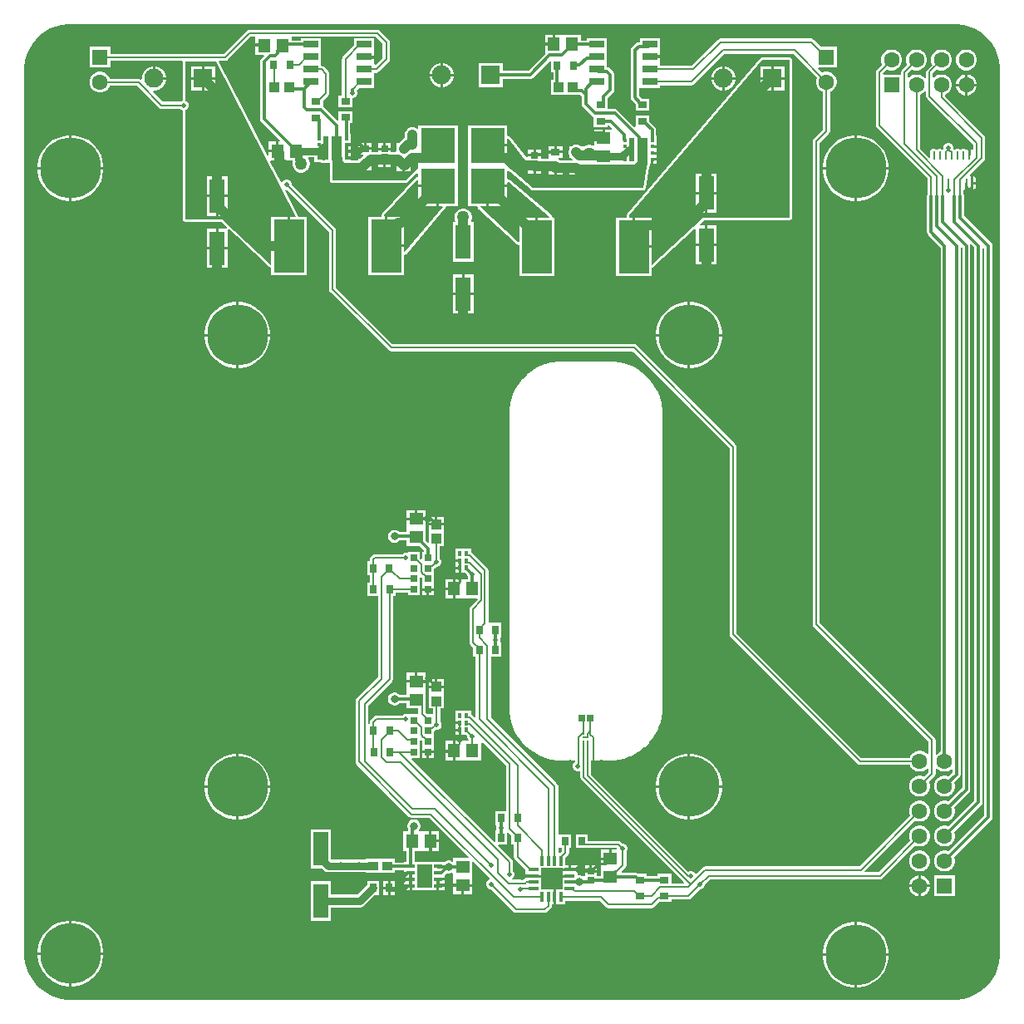
<source format=gtl>
G04*
G04 #@! TF.GenerationSoftware,Altium Limited,Altium Designer,24.0.1 (36)*
G04*
G04 Layer_Physical_Order=1*
G04 Layer_Color=255*
%FSLAX26Y26*%
%MOIN*%
G70*
G04*
G04 #@! TF.SameCoordinates,F42C736F-CBB7-40B1-BF54-99FABD9F894E*
G04*
G04*
G04 #@! TF.FilePolarity,Positive*
G04*
G01*
G75*
%ADD10C,0.010000*%
%ADD14C,0.007874*%
%ADD15C,0.019685*%
%ADD81R,0.009055X0.035433*%
%ADD82O,0.009055X0.035433*%
%ADD83R,0.062992X0.137795*%
%ADD84R,0.038976X0.037008*%
%ADD85R,0.027559X0.035433*%
%ADD86R,0.058661X0.094488*%
%ADD87R,0.035433X0.013780*%
%ADD88R,0.088976X0.088976*%
%ADD89R,0.041339X0.013780*%
%ADD90R,0.013780X0.041339*%
%ADD91R,0.035433X0.027559*%
%ADD92R,0.057087X0.051181*%
%ADD93R,0.028346X0.026772*%
%ADD94R,0.017716X0.017716*%
%ADD95R,0.040787X0.096457*%
%ADD96R,0.022126X0.096457*%
%ADD97R,0.031496X0.025591*%
%ADD98R,0.031496X0.041339*%
%ADD99R,0.039370X0.039370*%
%ADD100C,0.009842*%
%ADD101R,0.026772X0.028346*%
%ADD102R,0.027559X0.028543*%
%ADD103R,0.039370X0.039370*%
%ADD104R,0.015748X0.019685*%
%ADD105R,0.051181X0.057087*%
%ADD106R,0.060039X0.027559*%
%ADD107R,0.137795X0.139764*%
%ADD108R,0.122047X0.212598*%
%ADD109C,0.005512*%
%ADD110C,0.011811*%
%ADD111C,0.039370*%
%ADD112C,0.029528*%
%ADD113C,0.062992*%
%ADD114R,0.062992X0.062992*%
%ADD115R,0.062992X0.062992*%
%ADD116C,0.076772*%
%ADD117R,0.076772X0.076772*%
%ADD118C,0.244095*%
%ADD119C,0.019685*%
%ADD120C,0.050000*%
%ADD121C,0.031496*%
G36*
X3776289Y3921803D02*
X3799689Y3915533D01*
X3822071Y3906262D01*
X3843051Y3894150D01*
X3862271Y3879402D01*
X3879401Y3862271D01*
X3894149Y3843051D01*
X3906262Y3822071D01*
X3915533Y3799689D01*
X3921803Y3776289D01*
X3924966Y3752270D01*
Y3740157D01*
Y196850D01*
Y184737D01*
X3921803Y160718D01*
X3915533Y137317D01*
X3906262Y114936D01*
X3894150Y93956D01*
X3879402Y74736D01*
X3862271Y57606D01*
X3843051Y42857D01*
X3822071Y30745D01*
X3799689Y21474D01*
X3776289Y15204D01*
X3752270Y12041D01*
X184737D01*
X160718Y15204D01*
X137317Y21474D01*
X114936Y30745D01*
X93956Y42857D01*
X74736Y57605D01*
X57606Y74735D01*
X42857Y93956D01*
X30745Y114936D01*
X21474Y137317D01*
X15204Y160718D01*
X12041Y184737D01*
Y196850D01*
Y3740157D01*
Y3752270D01*
X15204Y3776289D01*
X21474Y3799689D01*
X30745Y3822071D01*
X42857Y3843051D01*
X57605Y3862271D01*
X74735Y3879401D01*
X93956Y3894149D01*
X114936Y3906262D01*
X137317Y3915533D01*
X160718Y3921803D01*
X184737Y3924966D01*
X3752270D01*
X3776289Y3921803D01*
D02*
G37*
%LPC*%
G36*
X2130000Y3881260D02*
X2099409D01*
Y3847716D01*
X2130000D01*
Y3881260D01*
D02*
G37*
G36*
X2172401Y3881260D02*
X2170590D01*
X2170590Y3881260D01*
X2140000D01*
Y3842716D01*
X2135000D01*
Y3837716D01*
X2099409D01*
Y3804173D01*
X2099409Y3804173D01*
X2099409D01*
X2096450Y3800569D01*
X2032571Y3736689D01*
X1929858D01*
Y3768858D01*
X1833087D01*
Y3672087D01*
X1929858D01*
Y3704255D01*
X2039288D01*
X2045494Y3705490D01*
X2050755Y3709005D01*
X2120013Y3778263D01*
X2125013Y3776192D01*
Y3729283D01*
X2132575D01*
Y3700945D01*
X2123044D01*
Y3641575D01*
X2222186D01*
X2223753Y3641263D01*
X2241598D01*
X2247562Y3635298D01*
Y3605058D01*
X2248797Y3598852D01*
X2252312Y3593591D01*
X2290727Y3555176D01*
X2295118Y3552242D01*
Y3510305D01*
X2350551D01*
Y3517816D01*
X2356670D01*
X2368114Y3506371D01*
X2366201Y3501751D01*
X2339646D01*
Y3466161D01*
X2334646D01*
Y3461161D01*
X2296102D01*
Y3439013D01*
X2291772Y3436513D01*
X2290682Y3437142D01*
X2281780Y3439528D01*
X2272564D01*
X2263663Y3437142D01*
X2257126Y3433368D01*
X2252126Y3434834D01*
Y3434834D01*
X2242182D01*
X2239380Y3436985D01*
X2232159Y3439976D01*
X2224409Y3440996D01*
X2216660Y3439976D01*
X2209439Y3436985D01*
X2206636Y3434834D01*
X2196693D01*
Y3421712D01*
X2195488Y3418804D01*
X2194468Y3411055D01*
X2195488Y3403305D01*
X2196693Y3400398D01*
Y3387275D01*
X2205846D01*
X2212243Y3380878D01*
X2210172Y3375878D01*
X2162007D01*
X2161398Y3376487D01*
X2155197Y3381245D01*
X2152709Y3382275D01*
X2153704Y3387275D01*
X2169698D01*
Y3406055D01*
X2114265D01*
Y3390256D01*
X2114265Y3387276D01*
X2110101Y3385256D01*
X2083297D01*
Y3392638D01*
X2057549D01*
X2031801D01*
Y3386240D01*
X2026792D01*
X1961788Y3470646D01*
X1961536Y3470865D01*
X1961369Y3471154D01*
X1960046Y3472167D01*
X1958792Y3473264D01*
X1958476Y3473370D01*
X1958211Y3473573D01*
X1956601Y3474003D01*
X1955023Y3474536D01*
X1954690Y3474513D01*
X1954368Y3474599D01*
X1953976Y3474547D01*
X1950756Y3476484D01*
X1949311Y3478036D01*
X1948976Y3478758D01*
Y3517565D01*
X1791181D01*
Y3359179D01*
X1791181Y3357801D01*
X1791181D01*
Y3354179D01*
X1791181D01*
Y3194415D01*
X1825300D01*
X1825433Y3194386D01*
X1826963Y3193338D01*
X1829474Y3189539D01*
X1829498Y3189431D01*
X1829481Y3189322D01*
X1829927Y3187493D01*
X1830333Y3185655D01*
X1830397Y3185564D01*
X1830423Y3185457D01*
X1831533Y3183939D01*
X1832613Y3182395D01*
X1832707Y3182335D01*
X1832772Y3182246D01*
X1984431Y3042971D01*
X1986038Y3041994D01*
X1987627Y3040980D01*
X1987736Y3040961D01*
X1987830Y3040904D01*
X1989690Y3040615D01*
X1991545Y3040287D01*
X1992187Y3039926D01*
X1995392Y3037153D01*
X1995906Y3036131D01*
Y2915197D01*
X2137953D01*
Y3147795D01*
X2131286D01*
X2131050Y3147866D01*
X2129475Y3149125D01*
X2127194Y3152795D01*
X2127212Y3152912D01*
X2127162Y3153120D01*
X2127186Y3153333D01*
X2126695Y3155047D01*
X2126275Y3156778D01*
X2126149Y3156951D01*
X2126090Y3157157D01*
X2124981Y3158552D01*
X2123930Y3159992D01*
X2123747Y3160103D01*
X2123614Y3160271D01*
X1960102Y3298738D01*
X1958542Y3299603D01*
X1957021Y3300531D01*
X1956810Y3300564D01*
X1956622Y3300668D01*
X1954851Y3300870D01*
X1953091Y3301145D01*
X1951781Y3302042D01*
X1949233Y3304688D01*
X1948976Y3305293D01*
Y3333319D01*
X1952044Y3334590D01*
X1953976Y3334916D01*
X1959901Y3330369D01*
X1960629Y3330068D01*
X2043038Y3259951D01*
X2044424Y3259178D01*
X2045743Y3258297D01*
X2046150Y3258216D01*
X2046512Y3258014D01*
X2048089Y3257830D01*
X2049645Y3257521D01*
X2493488Y3257521D01*
X2494544Y3257731D01*
X2495622Y3257746D01*
X2496477Y3258115D01*
X2497390Y3258297D01*
X2498285Y3258895D01*
X2499275Y3259322D01*
X2499923Y3259990D01*
X2500697Y3260507D01*
X2501296Y3261403D01*
X2502047Y3262176D01*
X2502390Y3263041D01*
X2502907Y3263815D01*
X2503118Y3264872D01*
X2503515Y3265873D01*
X2518914Y3349630D01*
X2518907Y3350098D01*
X2519040Y3350547D01*
X2518879Y3352073D01*
X2518857Y3353607D01*
X2518692Y3353989D01*
X2519962Y3357056D01*
X2520619Y3362047D01*
X2522144D01*
Y3363032D01*
X2524230D01*
Y3381890D01*
X2529230D01*
Y3386890D01*
X2548088D01*
Y3388622D01*
Y3402480D01*
X2529230D01*
Y3412480D01*
X2548088D01*
Y3414213D01*
Y3428070D01*
X2529230D01*
Y3438070D01*
X2548088D01*
Y3439803D01*
Y3477520D01*
X2545447D01*
Y3500452D01*
X2544213Y3506658D01*
X2540698Y3511919D01*
X2518472Y3534145D01*
Y3558769D01*
X2463039D01*
X2463038Y3514944D01*
Y3514686D01*
D01*
X2463038Y3514267D01*
X2462221Y3513929D01*
X2458039Y3512196D01*
X2392124Y3578111D01*
X2386863Y3581626D01*
X2380657Y3582860D01*
X2350551D01*
Y3605510D01*
X2350863Y3607077D01*
Y3627141D01*
X2373672Y3649950D01*
X2377187Y3655211D01*
X2378422Y3661417D01*
Y3720472D01*
X2377187Y3726678D01*
X2373672Y3731940D01*
X2359302Y3746310D01*
X2354041Y3749825D01*
X2347835Y3751059D01*
X2347231D01*
Y3766496D01*
X2347231Y3766496D01*
Y3768937D01*
X2347231D01*
X2347231Y3771496D01*
Y3816496D01*
X2347231D01*
Y3818937D01*
X2347231D01*
Y3866496D01*
X2267192D01*
Y3858934D01*
X2243582D01*
Y3881260D01*
X2175445D01*
X2172401Y3881260D01*
D02*
G37*
G36*
X3081886Y3790824D02*
X2972441D01*
X2972050Y3790746D01*
X2971654Y3790793D01*
X2970111Y3790360D01*
X2968539Y3790048D01*
X2968208Y3789826D01*
X2967824Y3789718D01*
X2966564Y3788727D01*
X2965231Y3787837D01*
X2965010Y3787506D01*
X2964696Y3787259D01*
X2430702Y3163663D01*
X2429917Y3162266D01*
X2429027Y3160934D01*
X2428949Y3160542D01*
X2428754Y3160195D01*
X2428564Y3158604D01*
X2428251Y3157032D01*
Y3147795D01*
X2385669D01*
Y2915197D01*
X2527716D01*
Y2947319D01*
X2529485Y2947671D01*
X2531267Y2947957D01*
X2531430Y2948057D01*
X2531618Y2948095D01*
X2533118Y2949097D01*
X2534654Y2950043D01*
X2700964Y3104463D01*
X2705547Y3102464D01*
Y3043140D01*
X2742043D01*
Y3117037D01*
X2721346D01*
X2719519Y3121691D01*
X2737841Y3138704D01*
X3081886D01*
X3085788Y3139480D01*
X3089096Y3141691D01*
X3091306Y3144998D01*
X3092082Y3148900D01*
Y3780628D01*
X3091306Y3784530D01*
X3089096Y3787837D01*
X3085788Y3790048D01*
X3081886Y3790824D01*
D02*
G37*
G36*
X1426024Y3901162D02*
X913094D01*
X907656Y3900080D01*
X903046Y3896999D01*
X811508Y3805461D01*
X356457D01*
Y3832747D01*
X273465D01*
Y3749755D01*
X356457D01*
Y3777041D01*
X644831D01*
X647217Y3774135D01*
Y3618549D01*
X647194D01*
X639901Y3615528D01*
X637290Y3612916D01*
X568147D01*
X528198Y3652865D01*
X530269Y3657865D01*
X537866D01*
X550172Y3661163D01*
X561206Y3667533D01*
X570214Y3676542D01*
X576585Y3687575D01*
X579882Y3699881D01*
Y3701252D01*
X531496D01*
Y3706252D01*
X526496D01*
Y3754637D01*
X525126D01*
X512820Y3751340D01*
X501786Y3744970D01*
X492778Y3735961D01*
X486408Y3724927D01*
X483110Y3712621D01*
Y3704914D01*
X482631Y3704396D01*
X478110Y3702405D01*
X475154Y3704380D01*
X469716Y3705461D01*
X354113D01*
X353629Y3707268D01*
X348166Y3716731D01*
X340440Y3724456D01*
X330978Y3729919D01*
X320424Y3732747D01*
X309498D01*
X298944Y3729919D01*
X289481Y3724456D01*
X281755Y3716731D01*
X276293Y3707268D01*
X273465Y3696714D01*
Y3685788D01*
X276293Y3675234D01*
X281755Y3665772D01*
X289481Y3658046D01*
X298944Y3652583D01*
X309498Y3649755D01*
X320424D01*
X330978Y3652583D01*
X340440Y3658046D01*
X348166Y3665772D01*
X353629Y3675234D01*
X354113Y3677041D01*
X463830D01*
X552213Y3588658D01*
X556823Y3585578D01*
X562261Y3584496D01*
X562262Y3584496D01*
X637290D01*
X639901Y3581885D01*
X647194Y3578864D01*
X647217D01*
Y3142407D01*
X647993Y3138505D01*
X650203Y3135198D01*
X653511Y3132987D01*
X657413Y3132211D01*
X800681D01*
X825153Y3109488D01*
X823190Y3104488D01*
X823038Y3104488D01*
Y3104488D01*
X822767Y3104488D01*
X790000D01*
Y3030591D01*
X826495D01*
X826496Y3100858D01*
Y3101261D01*
D01*
X826496Y3101419D01*
X827012Y3101644D01*
X831495Y3103599D01*
X893204Y3046303D01*
X925245Y3014262D01*
X931446Y3009503D01*
X933957Y3008463D01*
X995440Y2951375D01*
X996976Y2950429D01*
X998476Y2949427D01*
X998664Y2949390D01*
X998828Y2949289D01*
X1000609Y2949003D01*
X1002378Y2948651D01*
Y2919134D01*
X1144425D01*
Y3151732D01*
X1114563D01*
X1109625Y3152561D01*
X1109191Y3154082D01*
X1108883Y3155634D01*
X1108649Y3155983D01*
X1108534Y3156387D01*
X1056396Y3258005D01*
X1060144Y3261654D01*
X1063352D01*
X1233821Y3091184D01*
Y2861249D01*
X1234903Y2855812D01*
X1237983Y2851202D01*
X1472756Y2616429D01*
X1477366Y2613349D01*
X1482804Y2612267D01*
X2450807D01*
X2840121Y2222953D01*
Y1476378D01*
X2841202Y1470940D01*
X2844283Y1466330D01*
X3352944Y957668D01*
X3357554Y954588D01*
X3362992Y953506D01*
X3563210D01*
X3563694Y951700D01*
X3569157Y942237D01*
X3576883Y934511D01*
X3586345Y929048D01*
X3596899Y926221D01*
X3607825D01*
X3618379Y929048D01*
X3627841Y934511D01*
X3632589Y939259D01*
X3637589Y937188D01*
Y923039D01*
X3619999Y905449D01*
X3618379Y906385D01*
X3607825Y909212D01*
X3596899D01*
X3586345Y906385D01*
X3576883Y900922D01*
X3569157Y893196D01*
X3563694Y883733D01*
X3560866Y873180D01*
Y862253D01*
X3563694Y851700D01*
X3569157Y842237D01*
X3576883Y834511D01*
X3586345Y829048D01*
X3596899Y826221D01*
X3607825D01*
X3618379Y829048D01*
X3627841Y834511D01*
X3635567Y842237D01*
X3641030Y851700D01*
X3643858Y862253D01*
Y873180D01*
X3641030Y883733D01*
X3640095Y885353D01*
X3661847Y907105D01*
X3664927Y911715D01*
X3666009Y917153D01*
Y938315D01*
X3671009Y940386D01*
X3676883Y934511D01*
X3686345Y929048D01*
X3696899Y926221D01*
X3707825D01*
X3718379Y929048D01*
X3727841Y934511D01*
X3728927Y935597D01*
X3733547Y933684D01*
Y921835D01*
X3718156Y906444D01*
X3707825Y909212D01*
X3696899D01*
X3686345Y906385D01*
X3676883Y900922D01*
X3669157Y893196D01*
X3663694Y883733D01*
X3660866Y873180D01*
Y862253D01*
X3663694Y851700D01*
X3669157Y842237D01*
X3676883Y834511D01*
X3686345Y829048D01*
X3696899Y826221D01*
X3707825D01*
X3718379Y829048D01*
X3727841Y834511D01*
X3735567Y842237D01*
X3741030Y851700D01*
X3743858Y862253D01*
Y873180D01*
X3741090Y883510D01*
X3761231Y903651D01*
X3764746Y908912D01*
X3765981Y915118D01*
Y3025912D01*
X3770981Y3028403D01*
X3773153Y3026763D01*
X3773153Y861442D01*
X3718156Y806444D01*
X3707825Y809212D01*
X3696899D01*
X3686345Y806385D01*
X3676883Y800922D01*
X3669157Y793196D01*
X3663694Y783733D01*
X3660866Y773180D01*
Y762253D01*
X3663694Y751700D01*
X3669157Y742237D01*
X3676883Y734511D01*
X3686345Y729048D01*
X3696899Y726221D01*
X3707825D01*
X3718379Y729048D01*
X3727841Y734511D01*
X3735567Y742237D01*
X3741030Y751700D01*
X3743858Y762253D01*
Y773180D01*
X3741090Y783510D01*
X3800837Y843257D01*
X3804353Y848518D01*
X3805587Y854724D01*
X3805587Y3035669D01*
X3804806Y3039599D01*
X3809414Y3042061D01*
X3822365Y3029110D01*
X3822365Y810654D01*
X3718156Y706444D01*
X3707825Y709212D01*
X3696899D01*
X3686345Y706385D01*
X3676883Y700922D01*
X3669157Y693196D01*
X3663694Y683733D01*
X3660866Y673180D01*
Y662253D01*
X3663694Y651700D01*
X3669157Y642237D01*
X3676883Y634511D01*
X3686345Y629048D01*
X3696899Y626221D01*
X3707825D01*
X3718379Y629048D01*
X3727841Y634511D01*
X3735567Y642237D01*
X3741030Y651700D01*
X3743858Y662253D01*
Y673180D01*
X3741090Y683510D01*
X3850050Y792470D01*
X3853565Y797731D01*
X3854800Y803937D01*
X3854800Y3025372D01*
X3859800Y3027887D01*
X3861736Y3026449D01*
X3861736Y750024D01*
X3718156Y606444D01*
X3707825Y609212D01*
X3696899D01*
X3686345Y606385D01*
X3676883Y600922D01*
X3669157Y593196D01*
X3663694Y583733D01*
X3660866Y573180D01*
Y562253D01*
X3663694Y551700D01*
X3669157Y542237D01*
X3676883Y534511D01*
X3686345Y529048D01*
X3696899Y526221D01*
X3707825D01*
X3718379Y529048D01*
X3727841Y534511D01*
X3735567Y542237D01*
X3741030Y551700D01*
X3743858Y562253D01*
Y573180D01*
X3741090Y583510D01*
X3889420Y731840D01*
X3892935Y737101D01*
X3894170Y743307D01*
X3894170Y3035827D01*
X3892935Y3042033D01*
X3889420Y3047294D01*
X3781965Y3154749D01*
Y3233520D01*
X3780731Y3239726D01*
X3778754Y3242684D01*
Y3256758D01*
X3783702Y3259465D01*
X3784370Y3259332D01*
Y3286339D01*
X3794370D01*
Y3259332D01*
X3795038Y3259465D01*
X3797535Y3261134D01*
X3801181Y3262262D01*
X3804827Y3261134D01*
X3807324Y3259465D01*
X3807992Y3259332D01*
Y3286338D01*
Y3313345D01*
X3807324Y3313212D01*
X3804827Y3311544D01*
X3804720Y3311511D01*
X3803772Y3312087D01*
X3803014Y3318401D01*
X3861559Y3376945D01*
X3864378Y3381165D01*
X3865368Y3386142D01*
Y3466874D01*
X3864378Y3471851D01*
X3861559Y3476071D01*
X3702721Y3634909D01*
Y3641153D01*
X3705732Y3641960D01*
X3715194Y3647423D01*
X3722920Y3655148D01*
X3728383Y3664611D01*
X3731211Y3675165D01*
Y3686091D01*
X3728383Y3696645D01*
X3722920Y3706107D01*
X3715194Y3713833D01*
X3705732Y3719296D01*
X3695178Y3722124D01*
X3684252D01*
X3673698Y3719296D01*
X3664236Y3713833D01*
X3659738Y3709335D01*
X3654738Y3711406D01*
Y3727258D01*
X3670999Y3743518D01*
X3673698Y3741960D01*
X3684252Y3739132D01*
X3695178D01*
X3705732Y3741960D01*
X3715194Y3747423D01*
X3722920Y3755148D01*
X3728383Y3764611D01*
X3731211Y3775165D01*
Y3786091D01*
X3728383Y3796645D01*
X3722920Y3806107D01*
X3715194Y3813833D01*
X3705732Y3819296D01*
X3695178Y3822124D01*
X3684252D01*
X3673698Y3819296D01*
X3664236Y3813833D01*
X3656510Y3806107D01*
X3651047Y3796645D01*
X3648219Y3786091D01*
Y3775165D01*
X3651047Y3764611D01*
X3652606Y3761911D01*
X3632536Y3741841D01*
X3629716Y3737622D01*
X3628727Y3732645D01*
Y3706050D01*
X3623727Y3704710D01*
X3622920Y3706107D01*
X3615194Y3713833D01*
X3605732Y3719296D01*
X3595178Y3722124D01*
X3584252D01*
X3573698Y3719296D01*
X3564236Y3713833D01*
X3559541Y3709138D01*
X3554541Y3711209D01*
Y3727061D01*
X3570999Y3743518D01*
X3573698Y3741960D01*
X3584252Y3739132D01*
X3595178D01*
X3605732Y3741960D01*
X3615194Y3747423D01*
X3622920Y3755148D01*
X3628383Y3764611D01*
X3631211Y3775165D01*
Y3786091D01*
X3628383Y3796645D01*
X3622920Y3806107D01*
X3615194Y3813833D01*
X3605732Y3819296D01*
X3595178Y3822124D01*
X3584252D01*
X3573698Y3819296D01*
X3564236Y3813833D01*
X3556510Y3806107D01*
X3551047Y3796645D01*
X3548219Y3786091D01*
Y3775165D01*
X3551047Y3764611D01*
X3552606Y3761911D01*
X3532339Y3741645D01*
X3529520Y3737425D01*
X3528530Y3732448D01*
Y3722124D01*
X3456675D01*
X3454604Y3727124D01*
X3470999Y3743518D01*
X3473698Y3741960D01*
X3484252Y3739132D01*
X3495178D01*
X3505732Y3741960D01*
X3515194Y3747423D01*
X3522920Y3755148D01*
X3528383Y3764611D01*
X3531211Y3775165D01*
Y3786091D01*
X3528383Y3796645D01*
X3522920Y3806107D01*
X3515194Y3813833D01*
X3505732Y3819296D01*
X3495178Y3822124D01*
X3484252D01*
X3473698Y3819296D01*
X3464236Y3813833D01*
X3456510Y3806107D01*
X3451047Y3796645D01*
X3448219Y3786091D01*
Y3775165D01*
X3451047Y3764611D01*
X3452606Y3761911D01*
X3430519Y3739824D01*
X3427699Y3735605D01*
X3426709Y3730628D01*
Y3518055D01*
X3427699Y3513078D01*
X3430519Y3508859D01*
X3633111Y3306267D01*
Y3258622D01*
X3634632D01*
Y3242684D01*
X3632655Y3239726D01*
X3631421Y3233520D01*
Y3090551D01*
X3632655Y3084345D01*
X3636171Y3079084D01*
X3686145Y3029110D01*
Y1006269D01*
X3676883Y1000922D01*
X3671009Y995047D01*
X3666009Y997118D01*
Y1052925D01*
X3666009Y1052926D01*
X3664927Y1058364D01*
X3661847Y1062974D01*
X3201061Y1523760D01*
Y3447743D01*
X3238394Y3485077D01*
X3241475Y3489687D01*
X3242557Y3495125D01*
Y3652863D01*
X3244363Y3653347D01*
X3253826Y3658811D01*
X3261552Y3666536D01*
X3267015Y3675999D01*
X3269843Y3686552D01*
Y3697479D01*
X3267015Y3708032D01*
X3261552Y3717495D01*
X3253826Y3725221D01*
X3244363Y3730684D01*
X3233810Y3733512D01*
X3222883D01*
X3212330Y3730684D01*
X3210710Y3729748D01*
X3194558Y3745900D01*
X3196471Y3750520D01*
X3269843D01*
Y3833512D01*
X3206947D01*
X3178314Y3862144D01*
X3173704Y3865225D01*
X3168266Y3866306D01*
X2802682D01*
X2797244Y3865225D01*
X2792634Y3862144D01*
X2687417Y3756927D01*
X2564310D01*
X2560775Y3760462D01*
X2560775Y3766496D01*
X2560775Y3771496D01*
Y3787716D01*
X2520755D01*
Y3797716D01*
X2560775D01*
Y3813937D01*
X2560775Y3816496D01*
X2560775Y3821496D01*
Y3866496D01*
X2480735D01*
Y3851059D01*
X2475945D01*
X2469739Y3849825D01*
X2464477Y3846310D01*
X2449163Y3830995D01*
X2445647Y3825734D01*
X2444413Y3819528D01*
Y3630233D01*
X2445647Y3624027D01*
X2449163Y3618766D01*
X2463039Y3604890D01*
Y3576329D01*
X2518472D01*
Y3623887D01*
X2489910D01*
X2476847Y3636950D01*
Y3666253D01*
X2480735Y3668937D01*
X2481847Y3668937D01*
X2560775D01*
Y3678506D01*
X2688070D01*
X2693508Y3679588D01*
X2698118Y3682669D01*
X2820767Y3805318D01*
X3094948D01*
X3190614Y3709652D01*
X3189678Y3708032D01*
X3186851Y3697479D01*
Y3686552D01*
X3189678Y3675999D01*
X3195141Y3666536D01*
X3202867Y3658811D01*
X3212330Y3653347D01*
X3214137Y3652863D01*
Y3501011D01*
X3176802Y3463677D01*
X3173722Y3459067D01*
X3172640Y3453629D01*
Y1517874D01*
X3173722Y1512436D01*
X3176802Y1507826D01*
X3637589Y1047040D01*
Y998245D01*
X3632589Y996174D01*
X3627841Y1000922D01*
X3618379Y1006385D01*
X3607825Y1009212D01*
X3596899D01*
X3586345Y1006385D01*
X3576883Y1000922D01*
X3569157Y993196D01*
X3563694Y983733D01*
X3563210Y981927D01*
X3368878D01*
X2868541Y1482264D01*
Y2228839D01*
X2867459Y2234277D01*
X2864379Y2238887D01*
X2466741Y2636525D01*
X2462131Y2639605D01*
X2456693Y2640687D01*
X1488690D01*
X1262241Y2867135D01*
Y3097070D01*
X1261160Y3102508D01*
X1258079Y3107118D01*
X1083448Y3281750D01*
Y3285443D01*
X1080427Y3292736D01*
X1074845Y3298318D01*
X1067552Y3301339D01*
X1059658D01*
X1052365Y3298318D01*
X1046784Y3292736D01*
X1045628Y3289945D01*
X1040123Y3289721D01*
X997761Y3372284D01*
X1000368Y3376551D01*
X1022110D01*
Y3410094D01*
X991519D01*
Y3395097D01*
X986658Y3393923D01*
X792276Y3772774D01*
X794883Y3777041D01*
X817394D01*
X822832Y3778123D01*
X827442Y3781203D01*
X918980Y3872742D01*
X938369D01*
Y3843750D01*
X973960D01*
Y3833750D01*
X938369D01*
Y3800207D01*
X971275D01*
X973188Y3795588D01*
X962492Y3784892D01*
X958977Y3779630D01*
X957742Y3773424D01*
Y3544189D01*
X958977Y3537983D01*
X962492Y3532721D01*
X1036957Y3458257D01*
X1035043Y3453638D01*
X1032110D01*
Y3415094D01*
Y3376551D01*
X1062699D01*
X1062699Y3376551D01*
X1064511D01*
Y3376551D01*
X1067700Y3376551D01*
X1086527D01*
X1087601Y3371154D01*
X1087663Y3371062D01*
X1087047Y3368765D01*
Y3359550D01*
X1089432Y3350648D01*
X1094040Y3342667D01*
X1100557Y3336150D01*
X1108538Y3331543D01*
X1117439Y3329157D01*
X1126655D01*
X1135557Y3331543D01*
X1143538Y3336150D01*
X1150054Y3342667D01*
X1154662Y3350648D01*
X1157047Y3359550D01*
Y3368765D01*
X1154662Y3377667D01*
X1150518Y3384845D01*
X1152172Y3389845D01*
X1174606D01*
Y3369740D01*
X1200551D01*
Y3368756D01*
X1236240D01*
Y3368324D01*
X1237260Y3360575D01*
X1237835Y3359186D01*
Y3296781D01*
X1238612Y3292880D01*
X1240822Y3289572D01*
X1244130Y3287362D01*
X1248031Y3286586D01*
X1541860D01*
X1545762Y3287362D01*
X1549070Y3289572D01*
X1586923Y3327425D01*
X1591542Y3325511D01*
Y3314705D01*
X1591513Y3314571D01*
X1590464Y3313041D01*
X1586666Y3310530D01*
X1586559Y3310506D01*
X1586449Y3310523D01*
X1584620Y3310077D01*
X1582782Y3309671D01*
X1582691Y3309608D01*
X1582584Y3309582D01*
X1581065Y3308470D01*
X1579522Y3307391D01*
X1579462Y3307298D01*
X1579373Y3307233D01*
X1447108Y3163206D01*
X1446131Y3161599D01*
X1445117Y3160010D01*
X1445098Y3159902D01*
X1445041Y3159808D01*
X1444753Y3157947D01*
X1444425Y3156093D01*
X1444063Y3155451D01*
X1441290Y3152245D01*
X1440268Y3151732D01*
X1392142D01*
Y2919134D01*
X1534189D01*
Y2995674D01*
X1534260Y2995910D01*
X1535517Y2997484D01*
X1539189Y2999766D01*
X1539305Y2999748D01*
X1539514Y2999798D01*
X1539726Y2999774D01*
X1541440Y3000265D01*
X1543172Y3000685D01*
X1543344Y3000811D01*
X1543551Y3000870D01*
X1544945Y3001979D01*
X1546385Y3003030D01*
X1546497Y3003213D01*
X1546664Y3003346D01*
X1699046Y3183290D01*
X1699911Y3184849D01*
X1700839Y3186370D01*
X1700872Y3186581D01*
X1700976Y3186769D01*
X1701178Y3188540D01*
X1701453Y3190300D01*
X1702350Y3191610D01*
X1704996Y3194158D01*
X1705601Y3194415D01*
X1749337D01*
Y3354179D01*
X1749338Y3354179D01*
Y3357801D01*
X1749338D01*
X1749337Y3359179D01*
Y3517565D01*
X1591542D01*
Y3505017D01*
X1586542Y3502773D01*
X1582068Y3506206D01*
X1574847Y3509197D01*
X1567098Y3510217D01*
X1559348Y3509197D01*
X1552127Y3506206D01*
X1545926Y3501447D01*
X1541168Y3495246D01*
X1538177Y3488025D01*
X1537157Y3480276D01*
Y3467518D01*
X1534771Y3466530D01*
X1528570Y3461772D01*
X1514456Y3447658D01*
X1505303D01*
Y3434535D01*
X1504099Y3431628D01*
X1503078Y3423878D01*
X1504050Y3416497D01*
X1503999Y3415997D01*
X1500605Y3411497D01*
X1482441D01*
Y3418878D01*
X1456693D01*
X1430945D01*
Y3411497D01*
X1405669D01*
Y3420197D01*
X1350236D01*
Y3401417D01*
X1370415D01*
X1372329Y3396798D01*
X1359389Y3383858D01*
X1350236D01*
Y3376398D01*
X1337109D01*
X1321457Y3376535D01*
Y3383597D01*
X1302598D01*
Y3393597D01*
X1321457D01*
Y3409189D01*
X1302598D01*
Y3419189D01*
X1321457D01*
Y3420921D01*
Y3434779D01*
X1302598D01*
Y3444779D01*
X1321457D01*
Y3446512D01*
Y3484228D01*
X1318815D01*
Y3526339D01*
X1326929D01*
Y3573898D01*
X1271496D01*
Y3539369D01*
X1266877Y3537455D01*
X1211875Y3592457D01*
X1209700Y3593910D01*
Y3617857D01*
X1230520Y3638677D01*
X1233601Y3643287D01*
X1234682Y3648725D01*
Y3725543D01*
X1233601Y3730981D01*
X1230520Y3735591D01*
X1213347Y3752765D01*
X1208736Y3755845D01*
X1203299Y3756927D01*
X1201862D01*
Y3766496D01*
X1201862Y3766496D01*
Y3768937D01*
X1201862D01*
X1201862Y3771496D01*
Y3816496D01*
X1201862D01*
Y3818937D01*
X1201862D01*
Y3866496D01*
X1121822D01*
Y3858934D01*
X1082542D01*
Y3872742D01*
X1420139D01*
X1449063Y3843817D01*
Y3789151D01*
X1420405Y3760493D01*
X1415405Y3762564D01*
X1415405Y3766496D01*
X1415405Y3771496D01*
Y3787716D01*
X1375386D01*
Y3797716D01*
X1415405D01*
Y3816496D01*
X1415405Y3816496D01*
Y3818937D01*
X1415405D01*
X1415405Y3821496D01*
Y3866496D01*
X1335366D01*
Y3839033D01*
X1289165Y3792832D01*
X1286084Y3788222D01*
X1285003Y3782784D01*
Y3637953D01*
X1271496D01*
Y3590394D01*
X1326929D01*
Y3628883D01*
X1330718D01*
X1338012Y3631904D01*
X1343593Y3637485D01*
X1346614Y3644778D01*
Y3652672D01*
X1344495Y3657787D01*
Y3657970D01*
X1355462Y3668937D01*
X1415405D01*
Y3713937D01*
X1415405Y3716496D01*
X1415405Y3721496D01*
Y3728506D01*
X1422725D01*
X1428163Y3729588D01*
X1432773Y3732669D01*
X1473321Y3773216D01*
X1476401Y3777827D01*
X1477483Y3783265D01*
Y3849703D01*
X1476401Y3855141D01*
X1473321Y3859751D01*
X1436072Y3896999D01*
X1431462Y3900080D01*
X1426024Y3901162D01*
D02*
G37*
G36*
X3795178Y3822124D02*
X3784252D01*
X3773698Y3819296D01*
X3764236Y3813833D01*
X3756510Y3806107D01*
X3751047Y3796645D01*
X3748219Y3786091D01*
Y3775165D01*
X3751047Y3764611D01*
X3756510Y3755148D01*
X3764236Y3747423D01*
X3773698Y3741960D01*
X3784252Y3739132D01*
X3795178D01*
X3805732Y3741960D01*
X3815194Y3747423D01*
X3822920Y3755148D01*
X3828383Y3764611D01*
X3831211Y3775165D01*
Y3786091D01*
X3828383Y3796645D01*
X3822920Y3806107D01*
X3815194Y3813833D01*
X3805732Y3819296D01*
X3795178Y3822124D01*
D02*
G37*
G36*
X1690992Y3768858D02*
X1689622D01*
Y3725472D01*
X1733008D01*
Y3726843D01*
X1729710Y3739149D01*
X1723340Y3750182D01*
X1714332Y3759191D01*
X1703298Y3765561D01*
X1690992Y3768858D01*
D02*
G37*
G36*
X1679622D02*
X1678252D01*
X1665946Y3765561D01*
X1654912Y3759191D01*
X1645904Y3750182D01*
X1639534Y3739149D01*
X1636236Y3726843D01*
Y3725472D01*
X1679622D01*
Y3768858D01*
D02*
G37*
G36*
X2821331Y3755401D02*
X2819960D01*
Y3712015D01*
X2863346D01*
Y3713386D01*
X2860049Y3725692D01*
X2853679Y3736725D01*
X2844670Y3745734D01*
X2833637Y3752104D01*
X2821331Y3755401D01*
D02*
G37*
G36*
X2809960D02*
X2808590D01*
X2796284Y3752104D01*
X2785251Y3745734D01*
X2776242Y3736725D01*
X2769872Y3725692D01*
X2766575Y3713386D01*
Y3712015D01*
X2809960D01*
Y3755401D01*
D02*
G37*
G36*
X537866Y3754637D02*
X536496D01*
Y3711252D01*
X579882D01*
Y3712621D01*
X576585Y3724927D01*
X570214Y3735961D01*
X561206Y3744970D01*
X550172Y3751340D01*
X537866Y3754637D01*
D02*
G37*
G36*
X3795178Y3722124D02*
X3794715D01*
Y3685628D01*
X3831211D01*
Y3686091D01*
X3828383Y3696645D01*
X3822920Y3706107D01*
X3815194Y3713833D01*
X3805732Y3719296D01*
X3795178Y3722124D01*
D02*
G37*
G36*
X3784715D02*
X3784252D01*
X3773698Y3719296D01*
X3764236Y3713833D01*
X3756510Y3706107D01*
X3751047Y3696645D01*
X3748219Y3686091D01*
Y3685628D01*
X3784715D01*
Y3722124D01*
D02*
G37*
G36*
X1733008Y3715472D02*
X1689622D01*
Y3672087D01*
X1690992D01*
X1703298Y3675384D01*
X1714332Y3681754D01*
X1723340Y3690763D01*
X1729710Y3701796D01*
X1733008Y3714102D01*
Y3715472D01*
D02*
G37*
G36*
X1679622D02*
X1636236D01*
Y3714102D01*
X1639534Y3701796D01*
X1645904Y3690763D01*
X1654912Y3681754D01*
X1665946Y3675384D01*
X1678252Y3672087D01*
X1679622D01*
Y3715472D01*
D02*
G37*
G36*
X2863346Y3702015D02*
X2819960D01*
Y3658630D01*
X2821331D01*
X2833637Y3661927D01*
X2844670Y3668297D01*
X2853679Y3677306D01*
X2860049Y3688339D01*
X2863346Y3700646D01*
Y3702015D01*
D02*
G37*
G36*
X2809960D02*
X2766575D01*
Y3700646D01*
X2769872Y3688339D01*
X2776242Y3677306D01*
X2785251Y3668297D01*
X2796284Y3661927D01*
X2808590Y3658630D01*
X2809960D01*
Y3702015D01*
D02*
G37*
G36*
X3831211Y3675628D02*
X3794715D01*
Y3639132D01*
X3795178D01*
X3805732Y3641960D01*
X3815194Y3647423D01*
X3822920Y3655148D01*
X3828383Y3664611D01*
X3831211Y3675165D01*
Y3675628D01*
D02*
G37*
G36*
X3784715D02*
X3748219D01*
Y3675165D01*
X3751047Y3664611D01*
X3756510Y3655148D01*
X3764236Y3647423D01*
X3773698Y3641960D01*
X3784252Y3639132D01*
X3784715D01*
Y3675628D01*
D02*
G37*
G36*
X2329646Y3501751D02*
X2296102D01*
Y3471161D01*
X2329646D01*
Y3501751D01*
D02*
G37*
G36*
X1405669Y3448976D02*
X1382953D01*
Y3430197D01*
X1405669D01*
Y3448976D01*
D02*
G37*
G36*
X1372953D02*
X1350236D01*
Y3430197D01*
X1372953D01*
Y3448976D01*
D02*
G37*
G36*
X1482441Y3446673D02*
X1461693D01*
Y3428878D01*
X1482441D01*
Y3446673D01*
D02*
G37*
G36*
X1451693D02*
X1430945D01*
Y3428878D01*
X1451693D01*
Y3446673D01*
D02*
G37*
G36*
X1022110Y3453638D02*
X991519D01*
Y3420094D01*
X1022110D01*
Y3453638D01*
D02*
G37*
G36*
X2169698Y3434834D02*
X2146981D01*
Y3416055D01*
X2169698D01*
Y3434834D01*
D02*
G37*
G36*
X2136981D02*
X2114265D01*
Y3416055D01*
X2136981D01*
Y3434834D01*
D02*
G37*
G36*
X2083297Y3420433D02*
X2062549D01*
Y3402638D01*
X2083297D01*
Y3420433D01*
D02*
G37*
G36*
X2052549D02*
X2031801D01*
Y3402638D01*
X2052549D01*
Y3420433D01*
D02*
G37*
G36*
X2548088Y3376890D02*
X2534230D01*
Y3363032D01*
X2548088D01*
Y3376890D01*
D02*
G37*
G36*
X3356849Y3478504D02*
X3351457D01*
Y3351457D01*
X3478504D01*
Y3356849D01*
X3475253Y3377378D01*
X3468830Y3397145D01*
X3459394Y3415665D01*
X3447177Y3432480D01*
X3432480Y3447177D01*
X3415665Y3459394D01*
X3397145Y3468830D01*
X3377378Y3475253D01*
X3356849Y3478504D01*
D02*
G37*
G36*
X3341457D02*
X3336064D01*
X3315536Y3475253D01*
X3295768Y3468830D01*
X3277249Y3459394D01*
X3260434Y3447177D01*
X3245737Y3432480D01*
X3233520Y3415665D01*
X3224084Y3397145D01*
X3217661Y3377378D01*
X3214410Y3356849D01*
Y3351457D01*
X3341457D01*
Y3478504D01*
D02*
G37*
G36*
X207243Y3478504D02*
X201850D01*
Y3351457D01*
X328898D01*
Y3356849D01*
X325646Y3377378D01*
X319223Y3397145D01*
X309787Y3415664D01*
X297570Y3432480D01*
X282873Y3447177D01*
X266058Y3459394D01*
X247539Y3468830D01*
X227772Y3475252D01*
X207243Y3478504D01*
D02*
G37*
G36*
X191850D02*
X186458D01*
X165929Y3475252D01*
X146162Y3468830D01*
X127643Y3459394D01*
X110827Y3447177D01*
X96130Y3432480D01*
X83913Y3415664D01*
X74478Y3397145D01*
X68055Y3377378D01*
X64803Y3356849D01*
Y3351457D01*
X191850D01*
Y3478504D01*
D02*
G37*
G36*
X3817992Y3313345D02*
Y3291338D01*
X3827804D01*
Y3299528D01*
X3826677Y3305196D01*
X3823466Y3310001D01*
X3818660Y3313212D01*
X3817992Y3313345D01*
D02*
G37*
G36*
X3827804Y3281338D02*
X3817992D01*
Y3259332D01*
X3818660Y3259465D01*
X3823466Y3262676D01*
X3826677Y3267481D01*
X3827804Y3273150D01*
Y3281338D01*
D02*
G37*
G36*
X3478504Y3341457D02*
X3351457D01*
Y3214410D01*
X3356849D01*
X3377378Y3217661D01*
X3397145Y3224084D01*
X3415665Y3233520D01*
X3432480Y3245737D01*
X3447177Y3260434D01*
X3459394Y3277249D01*
X3468830Y3295768D01*
X3475253Y3315536D01*
X3478504Y3336064D01*
Y3341457D01*
D02*
G37*
G36*
X3341457D02*
X3214410D01*
Y3336064D01*
X3217661Y3315536D01*
X3224084Y3295768D01*
X3233520Y3277249D01*
X3245737Y3260434D01*
X3260434Y3245737D01*
X3277249Y3233520D01*
X3295768Y3224084D01*
X3315536Y3217661D01*
X3336064Y3214410D01*
X3341457D01*
Y3341457D01*
D02*
G37*
G36*
X328898Y3341457D02*
X201850D01*
Y3214410D01*
X207243D01*
X227772Y3217661D01*
X247539Y3224084D01*
X266058Y3233520D01*
X282873Y3245737D01*
X297570Y3260434D01*
X309787Y3277249D01*
X319223Y3295768D01*
X325646Y3315536D01*
X328898Y3336064D01*
Y3341457D01*
D02*
G37*
G36*
X191850D02*
X64803D01*
Y3336064D01*
X68055Y3315536D01*
X74478Y3295768D01*
X83913Y3277249D01*
X96130Y3260434D01*
X110827Y3245737D01*
X127643Y3233520D01*
X146162Y3224084D01*
X165929Y3217661D01*
X186458Y3214410D01*
X191850D01*
Y3341457D01*
D02*
G37*
G36*
X2788539Y3117037D02*
X2752043D01*
Y3043140D01*
X2788539D01*
Y3117037D01*
D02*
G37*
G36*
X780000Y3104488D02*
X743504D01*
Y3030591D01*
X780000D01*
Y3104488D01*
D02*
G37*
G36*
X1776261Y3184606D02*
X1767046D01*
X1758144Y3182221D01*
X1750163Y3177613D01*
X1743647Y3171097D01*
X1739039Y3163116D01*
X1736653Y3154214D01*
Y3144999D01*
X1739039Y3136097D01*
X1739627Y3135079D01*
X1736740Y3130079D01*
X1730158D01*
Y2972284D01*
X1813149D01*
Y3130079D01*
X1806567D01*
X1803680Y3135079D01*
X1804268Y3136097D01*
X1806653Y3144999D01*
Y3154214D01*
X1804268Y3163116D01*
X1799660Y3171097D01*
X1793144Y3177613D01*
X1785163Y3182221D01*
X1776261Y3184606D01*
D02*
G37*
G36*
X2788539Y3033140D02*
X2752043D01*
Y2959242D01*
X2788539D01*
Y3033140D01*
D02*
G37*
G36*
X2742043D02*
X2705547D01*
Y2959242D01*
X2742043D01*
Y3033140D01*
D02*
G37*
G36*
X826495Y3020591D02*
X790000D01*
Y2946693D01*
X826495D01*
Y3020591D01*
D02*
G37*
G36*
X780000D02*
X743504D01*
Y2946693D01*
X780000D01*
Y3020591D01*
D02*
G37*
G36*
X1813149Y2921417D02*
X1776653D01*
Y2847520D01*
X1813149D01*
Y2921417D01*
D02*
G37*
G36*
X1766653D02*
X1730158D01*
Y2847520D01*
X1766653D01*
Y2921417D01*
D02*
G37*
G36*
X1813149Y2837520D02*
X1776653D01*
Y2763622D01*
X1813149D01*
Y2837520D01*
D02*
G37*
G36*
X1766653D02*
X1730158D01*
Y2763622D01*
X1766653D01*
Y2837520D01*
D02*
G37*
G36*
X2687558Y2809213D02*
X2682165D01*
Y2682165D01*
X2809213D01*
Y2687558D01*
X2805961Y2708086D01*
X2799538Y2727854D01*
X2790102Y2746373D01*
X2777885Y2763188D01*
X2763188Y2777885D01*
X2746373Y2790102D01*
X2727854Y2799538D01*
X2708086Y2805961D01*
X2687558Y2809213D01*
D02*
G37*
G36*
X2672165D02*
X2666773D01*
X2646244Y2805961D01*
X2626477Y2799538D01*
X2607958Y2790102D01*
X2591142Y2777885D01*
X2576445Y2763188D01*
X2564229Y2746373D01*
X2554793Y2727854D01*
X2548370Y2708086D01*
X2545118Y2687558D01*
Y2682165D01*
X2672165D01*
Y2809213D01*
D02*
G37*
G36*
X876534D02*
X871142D01*
Y2682165D01*
X998189D01*
Y2687558D01*
X994937Y2708086D01*
X988515Y2727854D01*
X979079Y2746373D01*
X966862Y2763188D01*
X952165Y2777885D01*
X935350Y2790102D01*
X916830Y2799538D01*
X897063Y2805961D01*
X876534Y2809213D01*
D02*
G37*
G36*
X861142D02*
X855749D01*
X835221Y2805961D01*
X815453Y2799538D01*
X796934Y2790102D01*
X780119Y2777885D01*
X765422Y2763188D01*
X753205Y2746373D01*
X743769Y2727854D01*
X737346Y2708086D01*
X734095Y2687558D01*
Y2682165D01*
X861142D01*
Y2809213D01*
D02*
G37*
G36*
X2373574Y2571107D02*
X2360631Y2571097D01*
X2360630Y2571097D01*
X2360629Y2571097D01*
X2166929Y2571097D01*
X2153985Y2571097D01*
X2153206Y2570943D01*
X2152414Y2570994D01*
X2126747Y2567616D01*
X2125995Y2567360D01*
X2125202Y2567308D01*
X2100196Y2560608D01*
X2099483Y2560257D01*
X2098704Y2560102D01*
X2074787Y2550195D01*
X2074127Y2549754D01*
X2073374Y2549498D01*
X2050955Y2536554D01*
X2050358Y2536031D01*
X2049645Y2535679D01*
X2029107Y2519920D01*
X2028583Y2519323D01*
X2027922Y2518881D01*
X2009617Y2500576D01*
X2009175Y2499915D01*
X2008578Y2499391D01*
X1992819Y2478853D01*
X1992467Y2478140D01*
X1991943Y2477543D01*
X1979000Y2455124D01*
X1978744Y2454371D01*
X1978303Y2453711D01*
X1968396Y2429793D01*
X1968241Y2429014D01*
X1967890Y2428302D01*
X1961190Y2403296D01*
X1961138Y2402503D01*
X1960882Y2401751D01*
X1957504Y2376084D01*
X1957556Y2375292D01*
X1957401Y2374512D01*
X1957401Y2361568D01*
Y1181108D01*
X1957401Y1168164D01*
X1957556Y1167384D01*
X1957504Y1166592D01*
X1960883Y1140925D01*
X1961138Y1140173D01*
X1961190Y1139380D01*
X1967890Y1114375D01*
X1968242Y1113662D01*
X1968397Y1112883D01*
X1978303Y1088966D01*
X1978745Y1088305D01*
X1979000Y1087553D01*
X1991944Y1065133D01*
X1992468Y1064536D01*
X1992819Y1063824D01*
X2008579Y1043286D01*
X2009176Y1042762D01*
X2009617Y1042101D01*
X2027923Y1023796D01*
X2028583Y1023355D01*
X2029107Y1022757D01*
X2049645Y1006998D01*
X2050358Y1006646D01*
X2050955Y1006123D01*
X2073374Y993179D01*
X2074127Y992923D01*
X2074787Y992482D01*
X2098704Y982575D01*
X2099483Y982420D01*
X2100196Y982069D01*
X2125202Y975369D01*
X2125994Y975317D01*
X2126747Y975061D01*
X2152413Y971682D01*
X2153206Y971734D01*
X2153985Y971579D01*
X2166929Y971579D01*
X2188223D01*
X2192831Y972496D01*
X2199303Y975177D01*
X2204298Y972995D01*
X2204293Y970475D01*
X2219570D01*
Y963586D01*
X2215304Y959320D01*
X2212284Y952027D01*
Y944134D01*
X2215304Y936841D01*
X2220886Y931259D01*
X2228179Y928238D01*
X2236073D01*
X2238051Y929057D01*
X2242208Y926279D01*
Y903732D01*
X2243198Y898755D01*
X2246017Y894536D01*
X2658198Y482355D01*
X2656285Y477736D01*
X2606457D01*
Y516085D01*
X2551024D01*
Y508522D01*
X2508032D01*
Y516085D01*
X2475260D01*
X2470821Y519051D01*
X2464615Y520286D01*
X2408003D01*
X2406090Y524905D01*
X2421791Y540606D01*
X2424871Y545216D01*
X2425953Y550654D01*
Y603128D01*
X2428564Y605739D01*
X2431585Y613032D01*
Y620926D01*
X2428564Y628219D01*
X2422983Y633801D01*
X2415690Y636822D01*
X2411996D01*
X2404912Y643906D01*
X2400302Y646986D01*
X2394864Y648068D01*
X2270748D01*
Y675354D01*
X2223189D01*
Y619921D01*
X2255438D01*
X2256811Y619648D01*
X2386692D01*
X2388332Y617651D01*
X2385968Y612651D01*
X2367204D01*
Y577061D01*
X2362204D01*
Y572061D01*
X2323661D01*
Y541470D01*
X2323661Y541470D01*
Y539659D01*
X2323661D01*
X2323661Y536470D01*
Y507359D01*
X2307638D01*
Y521575D01*
X2283464D01*
X2259291D01*
Y508445D01*
X2256654Y506832D01*
X2254291Y506115D01*
X2249033Y509151D01*
X2242484Y510906D01*
X2235705D01*
X2233455Y510303D01*
X2229488Y513347D01*
Y529449D01*
X2198819D01*
Y534449D01*
X2193819D01*
Y551339D01*
X2181260D01*
Y579471D01*
X2191898Y590110D01*
X2194979Y594720D01*
X2196060Y600158D01*
Y619921D01*
X2205630D01*
Y675354D01*
X2158071D01*
Y619921D01*
X2167640D01*
Y606044D01*
X2161164Y599567D01*
X2152990D01*
Y868774D01*
X2151908Y874212D01*
X2148827Y878822D01*
X1882654Y1144995D01*
Y1388092D01*
X1924783D01*
Y1443525D01*
X1922943D01*
X1919602Y1448525D01*
X1920845Y1451526D01*
Y1459420D01*
X1919602Y1462421D01*
X1922943Y1467421D01*
X1924783D01*
Y1522854D01*
X1880117D01*
X1877224Y1522854D01*
X1872635Y1523848D01*
X1872635Y1524392D01*
Y1733081D01*
X1871553Y1738519D01*
X1868473Y1743129D01*
X1807263Y1804339D01*
X1803307Y1806983D01*
Y1820039D01*
X1740000D01*
Y1780354D01*
Y1776654D01*
X1757874D01*
Y1766654D01*
X1740000D01*
Y1751811D01*
Y1748110D01*
X1757874D01*
Y1743110D01*
X1762874D01*
Y1723268D01*
X1780373D01*
X1788307Y1715333D01*
Y1714478D01*
X1791328Y1707185D01*
X1791932Y1706581D01*
Y1698809D01*
X1775748D01*
X1772559Y1698809D01*
X1767559Y1698809D01*
X1740158D01*
Y1660266D01*
Y1621722D01*
X1767559D01*
X1770748Y1621722D01*
X1775748Y1621722D01*
X1827508D01*
X1829579Y1616722D01*
X1800246Y1587390D01*
X1797166Y1582780D01*
X1796084Y1577342D01*
Y1445336D01*
X1797166Y1439899D01*
X1800246Y1435288D01*
X1812105Y1423429D01*
Y1388092D01*
X1821675D01*
Y1146854D01*
X1817055Y1144940D01*
X1807263Y1154733D01*
X1803307Y1157376D01*
Y1170433D01*
X1740000D01*
Y1130748D01*
Y1127047D01*
X1757874D01*
Y1117047D01*
X1740000D01*
Y1102205D01*
Y1098504D01*
X1757874D01*
Y1093504D01*
X1762874D01*
Y1073661D01*
X1783211D01*
X1788307Y1068565D01*
Y1064872D01*
X1791328Y1057579D01*
X1793940Y1054967D01*
Y1049203D01*
X1775748D01*
X1772559Y1049203D01*
X1767559Y1049203D01*
X1740158D01*
Y1010660D01*
Y972116D01*
X1767559D01*
X1770748Y972116D01*
X1775748Y972116D01*
X1843740D01*
Y1042449D01*
X1848740Y1044521D01*
X1942650Y950611D01*
Y768446D01*
X1900522D01*
Y713013D01*
X1902361D01*
X1905701Y708013D01*
X1904458Y705013D01*
Y697119D01*
X1905701Y694118D01*
X1902361Y689118D01*
X1900522D01*
Y647068D01*
X1895902Y645154D01*
X1564511Y976545D01*
X1566425Y981164D01*
X1599163D01*
Y1023487D01*
Y1050687D01*
X1604163Y1053188D01*
X1606722Y1051389D01*
Y1023487D01*
Y1010436D01*
X1630502D01*
X1654281D01*
Y1023487D01*
Y1065810D01*
Y1087230D01*
X1654570Y1087288D01*
X1659180Y1090368D01*
X1663344Y1094532D01*
X1669743D01*
X1677036Y1097553D01*
X1682618Y1103135D01*
X1685639Y1110428D01*
Y1118322D01*
X1682618Y1125614D01*
X1680006Y1128226D01*
Y1179304D01*
X1693651D01*
Y1236548D01*
Y1261233D01*
X1663967D01*
X1634281D01*
Y1236548D01*
Y1179304D01*
X1651586D01*
Y1156676D01*
X1626818D01*
X1620371Y1163123D01*
Y1179304D01*
X1621161D01*
Y1247296D01*
X1621161Y1250485D01*
X1621161Y1255485D01*
Y1282887D01*
X1582618D01*
X1544074D01*
Y1255485D01*
X1544074Y1252296D01*
X1544074Y1247296D01*
Y1234143D01*
X1516259D01*
X1511873Y1238530D01*
X1506001Y1241919D01*
X1499453Y1243674D01*
X1492673D01*
X1486125Y1241919D01*
X1480253Y1238530D01*
X1475459Y1233736D01*
X1472070Y1227864D01*
X1470315Y1221316D01*
Y1214536D01*
X1472070Y1207988D01*
X1475459Y1202116D01*
X1480253Y1197323D01*
X1486125Y1193933D01*
X1492673Y1192178D01*
X1499453D01*
X1506001Y1193933D01*
X1511873Y1197323D01*
X1516259Y1201709D01*
X1544074D01*
Y1179304D01*
X1591951D01*
Y1157237D01*
X1591490Y1156676D01*
X1551604D01*
Y1156676D01*
X1549416Y1155214D01*
X1545708Y1156749D01*
X1537815D01*
X1530522Y1153728D01*
X1527910Y1151117D01*
X1425234D01*
X1419796Y1150035D01*
X1415186Y1146955D01*
X1401718Y1133487D01*
X1398638Y1128877D01*
X1397556Y1123439D01*
Y1117798D01*
X1392163D01*
Y1192526D01*
X1486026Y1286389D01*
X1489107Y1290999D01*
X1490188Y1296438D01*
Y1629596D01*
X1499758D01*
Y1643103D01*
X1551604D01*
Y1633041D01*
X1599163D01*
Y1675364D01*
Y1702564D01*
X1604163Y1705065D01*
X1606722Y1703266D01*
Y1675364D01*
Y1662313D01*
X1630502D01*
X1654281D01*
Y1675364D01*
Y1717687D01*
Y1739548D01*
X1658318Y1742245D01*
X1662883Y1746811D01*
X1668479D01*
X1675772Y1749832D01*
X1681353Y1755414D01*
X1684374Y1762707D01*
Y1770601D01*
X1681353Y1777893D01*
X1678742Y1780505D01*
Y1831181D01*
X1693651D01*
Y1888425D01*
Y1913110D01*
X1663967D01*
X1634281D01*
Y1888425D01*
Y1847528D01*
X1629662Y1845614D01*
X1621161Y1854115D01*
Y1899173D01*
X1621161Y1902362D01*
X1621161Y1907362D01*
Y1934763D01*
X1582618D01*
X1544074D01*
Y1907362D01*
X1544074Y1904173D01*
X1544074Y1899173D01*
Y1886020D01*
X1516259D01*
X1511873Y1890407D01*
X1506001Y1893796D01*
X1499453Y1895551D01*
X1492673D01*
X1486125Y1893796D01*
X1480253Y1890407D01*
X1475459Y1885613D01*
X1472070Y1879742D01*
X1470315Y1873193D01*
Y1866413D01*
X1472070Y1859865D01*
X1475459Y1853993D01*
X1480253Y1849200D01*
X1486125Y1845810D01*
X1492673Y1844055D01*
X1499453D01*
X1506001Y1845810D01*
X1511873Y1849200D01*
X1516259Y1853586D01*
X1544074D01*
Y1831181D01*
X1598227D01*
X1614285Y1815123D01*
Y1808553D01*
X1606722D01*
Y1780174D01*
X1601953Y1778073D01*
X1599163Y1780310D01*
Y1808553D01*
X1551604D01*
Y1806182D01*
X1547447Y1803404D01*
X1545708Y1804124D01*
X1537815D01*
X1530522Y1801103D01*
X1527910Y1798491D01*
X1416146D01*
X1410708Y1797410D01*
X1406098Y1794329D01*
X1400295Y1788527D01*
X1397215Y1783917D01*
X1396133Y1778479D01*
Y1769675D01*
X1386046D01*
Y1714242D01*
X1396133D01*
Y1685029D01*
X1387081D01*
Y1629596D01*
X1429209D01*
Y1305027D01*
X1344283Y1220100D01*
X1341202Y1215490D01*
X1340121Y1210052D01*
Y965883D01*
X1341202Y960445D01*
X1344283Y955835D01*
X1554361Y745756D01*
X1558971Y742676D01*
X1564409Y741594D01*
X1636161D01*
X1793797Y583957D01*
X1791884Y579338D01*
X1730876D01*
Y568700D01*
X1725876Y565813D01*
X1722537Y567741D01*
X1715988Y569495D01*
X1709209D01*
X1702660Y567741D01*
X1696789Y564351D01*
X1695250Y562812D01*
X1655206D01*
Y564781D01*
X1577171D01*
Y609095D01*
X1598925D01*
X1602114Y609094D01*
X1607114Y609095D01*
X1634516D01*
Y647638D01*
Y686181D01*
X1607114D01*
X1603925Y686181D01*
X1595807Y686181D01*
X1593736Y691181D01*
X1595407Y692852D01*
X1598796Y698723D01*
X1600551Y705272D01*
Y712051D01*
X1598796Y718600D01*
X1595407Y724471D01*
X1590613Y729265D01*
X1584742Y732655D01*
X1578193Y734409D01*
X1571413D01*
X1564865Y732655D01*
X1558993Y729265D01*
X1554200Y724471D01*
X1550810Y718600D01*
X1549055Y712051D01*
Y705272D01*
X1550810Y698723D01*
X1550978Y698432D01*
X1550306Y695055D01*
Y686181D01*
X1530933D01*
Y609095D01*
X1544737D01*
Y562812D01*
X1533238D01*
Y562140D01*
X1497403D01*
Y577094D01*
X1380553D01*
Y573839D01*
X1359583D01*
X1357720Y574338D01*
X1350941D01*
X1349079Y573839D01*
X1284780D01*
X1282917Y574338D01*
X1276138D01*
X1274275Y573839D01*
X1242283D01*
Y695039D01*
X1159291D01*
Y537244D01*
X1206576D01*
X1213084Y530736D01*
X1221275Y525263D01*
X1230938Y523341D01*
X1274275D01*
X1276138Y522842D01*
X1282917D01*
X1284780Y523341D01*
X1349079D01*
X1350941Y522842D01*
X1357720D01*
X1359583Y523341D01*
X1380553D01*
Y520086D01*
X1497403D01*
Y529706D01*
X1533238D01*
Y525332D01*
X1560954D01*
Y515332D01*
X1533238D01*
Y503442D01*
Y499742D01*
X1560954D01*
Y489742D01*
X1533238D01*
Y477852D01*
Y474151D01*
X1560954D01*
Y469151D01*
X1565954D01*
Y452261D01*
X1576545D01*
Y450293D01*
X1655206D01*
Y452261D01*
X1665796D01*
Y469151D01*
X1670796D01*
Y474151D01*
X1698513D01*
Y477852D01*
Y489742D01*
X1670796D01*
Y499742D01*
X1698513D01*
Y511278D01*
X1706074Y518839D01*
X1709209Y517999D01*
X1715988D01*
X1722537Y519754D01*
X1725876Y521682D01*
X1730876Y518795D01*
X1730875Y508157D01*
X1730876Y503157D01*
Y475755D01*
X1807962D01*
Y503157D01*
X1807962Y506346D01*
X1807962Y511346D01*
Y563260D01*
X1812582Y565173D01*
X1877988Y499766D01*
X1876553Y494131D01*
X1871713Y492126D01*
X1866131Y486544D01*
X1863110Y479251D01*
Y471358D01*
X1866131Y464065D01*
X1871713Y458483D01*
X1879006Y455462D01*
X1882699D01*
X1974194Y363968D01*
X1978804Y360887D01*
X1984242Y359806D01*
X1984242Y359806D01*
X2098700D01*
X2104138Y360887D01*
X2108748Y363968D01*
X2123237Y378456D01*
X2126317Y383067D01*
X2127399Y388504D01*
Y392559D01*
X2133780D01*
Y423228D01*
X2143780D01*
Y392559D01*
X2181260D01*
Y409019D01*
X2316956D01*
X2343306Y382669D01*
X2347916Y379588D01*
X2353354Y378507D01*
X2527341D01*
X2532778Y379588D01*
X2537389Y382669D01*
X2558128Y403408D01*
X2606457D01*
Y412977D01*
X2674234D01*
X2679672Y414059D01*
X2684282Y417139D01*
X2720825Y453682D01*
X2724518D01*
X2731811Y456703D01*
X2737393Y462284D01*
X2740414Y469577D01*
Y473271D01*
X2761791Y494648D01*
X3443504D01*
X3448942Y495730D01*
X3453552Y498810D01*
X3584725Y629984D01*
X3586345Y629048D01*
X3596899Y626221D01*
X3607825D01*
X3618379Y629048D01*
X3627841Y634511D01*
X3635567Y642237D01*
X3641030Y651700D01*
X3643858Y662253D01*
Y673180D01*
X3641030Y683733D01*
X3635567Y693196D01*
X3627841Y700922D01*
X3618379Y706385D01*
X3607825Y709212D01*
X3596899D01*
X3586345Y706385D01*
X3576883Y700922D01*
X3569157Y693196D01*
X3563694Y683733D01*
X3560866Y673180D01*
Y662253D01*
X3563694Y651700D01*
X3564629Y650080D01*
X3437618Y523068D01*
X3384343D01*
X3382430Y527688D01*
X3584725Y729984D01*
X3586345Y729048D01*
X3596899Y726221D01*
X3607825D01*
X3618379Y729048D01*
X3627841Y734511D01*
X3635567Y742237D01*
X3641030Y751700D01*
X3643858Y762253D01*
Y773180D01*
X3641030Y783733D01*
X3635567Y793196D01*
X3627841Y800922D01*
X3618379Y806385D01*
X3607825Y809212D01*
X3596899D01*
X3586345Y806385D01*
X3576883Y800922D01*
X3569157Y793196D01*
X3563694Y783733D01*
X3560866Y773180D01*
Y762253D01*
X3563694Y751700D01*
X3564629Y750080D01*
X3361206Y546656D01*
X2741731D01*
X2736293Y545575D01*
X2731682Y542494D01*
X2706444Y517256D01*
X2701540Y518231D01*
X2700933Y519697D01*
X2695351Y525278D01*
X2688058Y528299D01*
X2680165D01*
X2673936Y525719D01*
X2283968Y915688D01*
Y970475D01*
X2322465D01*
Y972714D01*
X2322521Y972752D01*
X2327465Y974901D01*
X2333271Y972496D01*
X2337880Y971579D01*
X2341614Y971579D01*
X2373574D01*
X2374353Y971734D01*
X2375146Y971682D01*
X2400812Y975061D01*
X2401564Y975317D01*
X2402357Y975369D01*
X2427363Y982069D01*
X2428075Y982420D01*
X2428854Y982575D01*
X2452771Y992482D01*
X2453432Y992923D01*
X2454184Y993179D01*
X2476604Y1006123D01*
X2477201Y1006646D01*
X2477913Y1006998D01*
X2498452Y1022757D01*
X2498975Y1023355D01*
X2499636Y1023796D01*
X2517941Y1042101D01*
X2518383Y1042762D01*
X2518980Y1043286D01*
X2534739Y1063824D01*
X2535091Y1064536D01*
X2535614Y1065134D01*
X2548558Y1087553D01*
X2548814Y1088305D01*
X2549255Y1088966D01*
X2559162Y1112883D01*
X2559317Y1113662D01*
X2559668Y1114375D01*
X2566368Y1139380D01*
X2566420Y1140173D01*
X2566676Y1140925D01*
X2570055Y1166591D01*
X2570003Y1167384D01*
X2570158Y1168164D01*
X2570158Y1181102D01*
X2570158Y1181104D01*
X2570462Y2361566D01*
X2570461Y2361572D01*
X2570462Y2361578D01*
X2570452Y2374532D01*
X2570296Y2375311D01*
X2570348Y2376104D01*
X2566947Y2401787D01*
X2566691Y2402540D01*
X2566638Y2403332D01*
X2559914Y2428352D01*
X2559562Y2429065D01*
X2559406Y2429843D01*
X2549474Y2453772D01*
X2549032Y2454432D01*
X2548776Y2455184D01*
X2535805Y2477611D01*
X2535281Y2478208D01*
X2534929Y2478920D01*
X2519141Y2499462D01*
X2518544Y2499985D01*
X2518102Y2500646D01*
X2499768Y2518951D01*
X2499107Y2519392D01*
X2498583Y2519989D01*
X2478017Y2535744D01*
X2477304Y2536095D01*
X2476706Y2536619D01*
X2454259Y2549555D01*
X2453506Y2549810D01*
X2452846Y2550251D01*
X2428902Y2560147D01*
X2428123Y2560301D01*
X2427410Y2560652D01*
X2402380Y2567338D01*
X2401587Y2567389D01*
X2400835Y2567644D01*
X2375146Y2571006D01*
X2374353Y2570953D01*
X2373574Y2571107D01*
D02*
G37*
G36*
X2809213Y2672165D02*
X2682165D01*
Y2545118D01*
X2687558D01*
X2708086Y2548370D01*
X2727854Y2554793D01*
X2746373Y2564229D01*
X2763188Y2576445D01*
X2777885Y2591142D01*
X2790102Y2607958D01*
X2799538Y2626477D01*
X2805961Y2646244D01*
X2809213Y2666773D01*
Y2672165D01*
D02*
G37*
G36*
X2672165D02*
X2545118D01*
Y2666773D01*
X2548370Y2646244D01*
X2554793Y2626477D01*
X2564229Y2607958D01*
X2576445Y2591142D01*
X2591142Y2576445D01*
X2607958Y2564229D01*
X2626477Y2554793D01*
X2646244Y2548370D01*
X2666773Y2545118D01*
X2672165D01*
Y2672165D01*
D02*
G37*
G36*
X998189D02*
X871142D01*
Y2545118D01*
X876534D01*
X897063Y2548370D01*
X916830Y2554793D01*
X935350Y2564229D01*
X952165Y2576445D01*
X966862Y2591142D01*
X979079Y2607958D01*
X988515Y2626477D01*
X994937Y2646244D01*
X998189Y2666773D01*
Y2672165D01*
D02*
G37*
G36*
X861142D02*
X734095D01*
Y2666773D01*
X737346Y2646244D01*
X743769Y2626477D01*
X753205Y2607958D01*
X765422Y2591142D01*
X780119Y2576445D01*
X796934Y2564229D01*
X815453Y2554793D01*
X835221Y2548370D01*
X855749Y2545118D01*
X861142D01*
Y2672165D01*
D02*
G37*
G36*
X1621161Y1975354D02*
X1587618D01*
Y1944763D01*
X1621161D01*
Y1975354D01*
D02*
G37*
G36*
X1577618D02*
X1544074D01*
Y1944763D01*
X1577618D01*
Y1975354D01*
D02*
G37*
G36*
X1693651Y1947795D02*
X1668967D01*
Y1923110D01*
X1693651D01*
Y1947795D01*
D02*
G37*
G36*
X1658967D02*
X1634281D01*
Y1923110D01*
X1658967D01*
Y1947795D01*
D02*
G37*
G36*
X1752874Y1738110D02*
X1740000D01*
Y1723268D01*
X1752874D01*
Y1738110D01*
D02*
G37*
G36*
X1730158Y1698809D02*
X1699567D01*
Y1665266D01*
X1730158D01*
Y1698809D01*
D02*
G37*
G36*
X1654281Y1652313D02*
X1635502D01*
Y1633041D01*
X1654281D01*
Y1652313D01*
D02*
G37*
G36*
X1625502D02*
X1606722D01*
Y1633041D01*
X1625502D01*
Y1652313D01*
D02*
G37*
G36*
X1730158Y1655266D02*
X1699567D01*
Y1621722D01*
X1730158D01*
Y1655266D01*
D02*
G37*
G36*
X1621161Y1323477D02*
X1587618D01*
Y1292887D01*
X1621161D01*
Y1323477D01*
D02*
G37*
G36*
X1577618D02*
X1544074D01*
Y1292887D01*
X1577618D01*
Y1323477D01*
D02*
G37*
G36*
X1693651Y1295918D02*
X1668967D01*
Y1271233D01*
X1693651D01*
Y1295918D01*
D02*
G37*
G36*
X1658967D02*
X1634281D01*
Y1271233D01*
X1658967D01*
Y1295918D01*
D02*
G37*
G36*
X1752874Y1088504D02*
X1740000D01*
Y1073661D01*
X1752874D01*
Y1088504D01*
D02*
G37*
G36*
X1730158Y1049203D02*
X1699567D01*
Y1015660D01*
X1730158D01*
Y1049203D01*
D02*
G37*
G36*
X1654281Y1000436D02*
X1635502D01*
Y981164D01*
X1654281D01*
Y1000436D01*
D02*
G37*
G36*
X1625502D02*
X1606722D01*
Y981164D01*
X1625502D01*
Y1000436D01*
D02*
G37*
G36*
X1730158Y1005660D02*
X1699567D01*
Y972116D01*
X1730158D01*
Y1005660D01*
D02*
G37*
G36*
X2687558Y998189D02*
X2682165D01*
Y871142D01*
X2809213D01*
Y876534D01*
X2805961Y897063D01*
X2799538Y916830D01*
X2790102Y935350D01*
X2777885Y952165D01*
X2763188Y966862D01*
X2746373Y979079D01*
X2727854Y988515D01*
X2708086Y994937D01*
X2687558Y998189D01*
D02*
G37*
G36*
X2672165D02*
X2666773D01*
X2646244Y994937D01*
X2626477Y988515D01*
X2607958Y979079D01*
X2591142Y966862D01*
X2576445Y952165D01*
X2564229Y935350D01*
X2554793Y916830D01*
X2548370Y897063D01*
X2545118Y876534D01*
Y871142D01*
X2672165D01*
Y998189D01*
D02*
G37*
G36*
X876534D02*
X871142D01*
Y871142D01*
X998189D01*
Y876534D01*
X994937Y897063D01*
X988515Y916830D01*
X979079Y935350D01*
X966862Y952165D01*
X952165Y966862D01*
X935350Y979079D01*
X916830Y988515D01*
X897063Y994937D01*
X876534Y998189D01*
D02*
G37*
G36*
X861142D02*
X855749D01*
X835221Y994937D01*
X815453Y988515D01*
X796934Y979079D01*
X780119Y966862D01*
X765422Y952165D01*
X753205Y935350D01*
X743769Y916830D01*
X737346Y897063D01*
X734095Y876534D01*
Y871142D01*
X861142D01*
Y998189D01*
D02*
G37*
G36*
X2809213Y861142D02*
X2682165D01*
Y734095D01*
X2687558D01*
X2708086Y737346D01*
X2727854Y743769D01*
X2746373Y753205D01*
X2763188Y765422D01*
X2777885Y780119D01*
X2790102Y796934D01*
X2799538Y815453D01*
X2805961Y835221D01*
X2809213Y855749D01*
Y861142D01*
D02*
G37*
G36*
X2672165D02*
X2545118D01*
Y855749D01*
X2548370Y835221D01*
X2554793Y815453D01*
X2564229Y796934D01*
X2576445Y780119D01*
X2591142Y765422D01*
X2607958Y753205D01*
X2626477Y743769D01*
X2646244Y737346D01*
X2666773Y734095D01*
X2672165D01*
Y861142D01*
D02*
G37*
G36*
X998189D02*
X871142D01*
Y734095D01*
X876534D01*
X897063Y737346D01*
X916830Y743769D01*
X935350Y753205D01*
X952165Y765422D01*
X966862Y780119D01*
X979079Y796934D01*
X988515Y815453D01*
X994937Y835221D01*
X998189Y855749D01*
Y861142D01*
D02*
G37*
G36*
X861142D02*
X734095D01*
Y855749D01*
X737346Y835221D01*
X743769Y815453D01*
X753205Y796934D01*
X765422Y780119D01*
X780119Y765422D01*
X796934Y753205D01*
X815453Y743769D01*
X835221Y737346D01*
X855749Y734095D01*
X861142D01*
Y861142D01*
D02*
G37*
G36*
X1644516Y686181D02*
Y652638D01*
X1675106D01*
Y686181D01*
X1644516D01*
D02*
G37*
G36*
X1675106Y642638D02*
X1644516D01*
Y609095D01*
X1675106D01*
Y642638D01*
D02*
G37*
G36*
X2357204Y612651D02*
X2323661D01*
Y582061D01*
X2357204D01*
Y612651D01*
D02*
G37*
G36*
X2229488Y551339D02*
X2203819D01*
Y539449D01*
X2229488D01*
Y551339D01*
D02*
G37*
G36*
X2307638Y549961D02*
X2288464D01*
Y531575D01*
X2307638D01*
Y549961D01*
D02*
G37*
G36*
X2278464D02*
X2259291D01*
Y531575D01*
X2278464D01*
Y549961D01*
D02*
G37*
G36*
X3607825Y609212D02*
X3596899D01*
X3586345Y606385D01*
X3576883Y600922D01*
X3569157Y593196D01*
X3563694Y583733D01*
X3560866Y573180D01*
Y562253D01*
X3563694Y551700D01*
X3569157Y542237D01*
X3576883Y534511D01*
X3586345Y529048D01*
X3596899Y526221D01*
X3607825D01*
X3618379Y529048D01*
X3627841Y534511D01*
X3635567Y542237D01*
X3641030Y551700D01*
X3643858Y562253D01*
Y573180D01*
X3641030Y583733D01*
X3635567Y593196D01*
X3627841Y600922D01*
X3618379Y606385D01*
X3607825Y609212D01*
D02*
G37*
G36*
Y509212D02*
X3607362D01*
Y472716D01*
X3643858D01*
Y473180D01*
X3641030Y483733D01*
X3635567Y493196D01*
X3627841Y500922D01*
X3618379Y506385D01*
X3607825Y509212D01*
D02*
G37*
G36*
X3597362D02*
X3596899D01*
X3586345Y506385D01*
X3576883Y500922D01*
X3569157Y493196D01*
X3563694Y483733D01*
X3560866Y473180D01*
Y472716D01*
X3597362D01*
Y509212D01*
D02*
G37*
G36*
X1498939Y487463D02*
X1480160D01*
Y464746D01*
X1498939D01*
Y487463D01*
D02*
G37*
G36*
X1470160D02*
X1451380D01*
Y464746D01*
X1470160D01*
Y487463D01*
D02*
G37*
G36*
X1698513Y464151D02*
X1675796D01*
Y452261D01*
X1698513D01*
Y464151D01*
D02*
G37*
G36*
X1555954Y464151D02*
X1533238D01*
Y452261D01*
X1555954D01*
Y464151D01*
D02*
G37*
G36*
X1807962Y465755D02*
X1774419D01*
Y435165D01*
X1807962D01*
Y465755D01*
D02*
G37*
G36*
X1764419D02*
X1730876D01*
Y435165D01*
X1764419D01*
Y465755D01*
D02*
G37*
G36*
X1433821Y487463D02*
X1386262D01*
Y471674D01*
X1347317Y432729D01*
X1242283D01*
Y486378D01*
X1159291D01*
Y328583D01*
X1242283D01*
Y382231D01*
X1357775D01*
X1367438Y384153D01*
X1375629Y389627D01*
X1418032Y432030D01*
X1433821D01*
Y452359D01*
X1435290Y459746D01*
X1433821Y467134D01*
Y487463D01*
D02*
G37*
G36*
X1498939Y454746D02*
X1480160D01*
Y432030D01*
X1498939D01*
Y454746D01*
D02*
G37*
G36*
X1470160D02*
X1451380D01*
Y432030D01*
X1470160D01*
Y454746D01*
D02*
G37*
G36*
X3743858Y509212D02*
X3660866D01*
Y426221D01*
X3743858D01*
Y509212D01*
D02*
G37*
G36*
X3643858Y462716D02*
X3607362D01*
Y426221D01*
X3607825D01*
X3618379Y429048D01*
X3627841Y434511D01*
X3635567Y442237D01*
X3641030Y451700D01*
X3643858Y462253D01*
Y462716D01*
D02*
G37*
G36*
X3597362D02*
X3560866D01*
Y462253D01*
X3563694Y451700D01*
X3569157Y442237D01*
X3576883Y434511D01*
X3586345Y429048D01*
X3596899Y426221D01*
X3597362D01*
Y462716D01*
D02*
G37*
G36*
X207243Y328898D02*
X201850D01*
Y201850D01*
X328898D01*
Y207243D01*
X325646Y227772D01*
X319223Y247539D01*
X309787Y266058D01*
X297570Y282873D01*
X282873Y297570D01*
X266058Y309787D01*
X247539Y319223D01*
X227772Y325646D01*
X207243Y328898D01*
D02*
G37*
G36*
X191850D02*
X186458D01*
X165929Y325646D01*
X146162Y319223D01*
X127643Y309787D01*
X110827Y297570D01*
X96130Y282873D01*
X83913Y266058D01*
X74478Y247539D01*
X68055Y227772D01*
X64803Y207243D01*
Y201850D01*
X191850D01*
Y328898D01*
D02*
G37*
G36*
X3356849Y324346D02*
X3351457D01*
Y197299D01*
X3478504D01*
Y202691D01*
X3475252Y223220D01*
X3468830Y242988D01*
X3459394Y261507D01*
X3447177Y278322D01*
X3432480Y293019D01*
X3415664Y305236D01*
X3397145Y314672D01*
X3377378Y321095D01*
X3356849Y324346D01*
D02*
G37*
G36*
X3341457D02*
X3336064D01*
X3315536Y321095D01*
X3295768Y314672D01*
X3277249Y305236D01*
X3260434Y293019D01*
X3245737Y278322D01*
X3233520Y261507D01*
X3224084Y242988D01*
X3217661Y223220D01*
X3214410Y202691D01*
Y197299D01*
X3341457D01*
Y324346D01*
D02*
G37*
G36*
X328898Y191850D02*
X201850D01*
Y64803D01*
X207243D01*
X227772Y68055D01*
X247539Y74478D01*
X266058Y83913D01*
X282873Y96130D01*
X297570Y110827D01*
X309787Y127643D01*
X319223Y146162D01*
X325646Y165929D01*
X328898Y186458D01*
Y191850D01*
D02*
G37*
G36*
X191850D02*
X64803D01*
Y186458D01*
X68055Y165929D01*
X74478Y146162D01*
X83913Y127643D01*
X96130Y110827D01*
X110827Y96130D01*
X127643Y83913D01*
X146162Y74478D01*
X165929Y68055D01*
X186458Y64803D01*
X191850D01*
Y191850D01*
D02*
G37*
G36*
X3478504Y187299D02*
X3351457D01*
Y60252D01*
X3356849D01*
X3377378Y63504D01*
X3397145Y69926D01*
X3415664Y79362D01*
X3432480Y91579D01*
X3447177Y106276D01*
X3459394Y123091D01*
X3468830Y141611D01*
X3475252Y161378D01*
X3478504Y181907D01*
Y187299D01*
D02*
G37*
G36*
X3341457D02*
X3214410D01*
Y181907D01*
X3217661Y161378D01*
X3224084Y141611D01*
X3233520Y123091D01*
X3245737Y106276D01*
X3260434Y91579D01*
X3277249Y79362D01*
X3295768Y69926D01*
X3315536Y63504D01*
X3336064Y60252D01*
X3341457D01*
Y187299D01*
D02*
G37*
%LPD*%
G36*
X2029990Y3365377D02*
X2031801Y3365334D01*
Y3361300D01*
X2057549D01*
X2084081D01*
X2086875Y3364028D01*
X2114265Y3363378D01*
Y3350937D01*
X2169698D01*
Y3358486D01*
X2173275Y3361979D01*
X2196693Y3361424D01*
Y3350938D01*
X2224409D01*
X2252126D01*
Y3356531D01*
X2255703Y3360024D01*
X2296102Y3359066D01*
Y3357578D01*
X2358836D01*
X2454259Y3355315D01*
X2505686D01*
X2508887Y3351473D01*
X2493488Y3267716D01*
X2049645Y3267716D01*
X1949426Y3352987D01*
X1948976Y3357801D01*
X1948976Y3357801D01*
X1948976Y3357801D01*
Y3432683D01*
X1870079D01*
Y3442683D01*
X1948976D01*
Y3462813D01*
X1953710Y3464425D01*
X2029990Y3365377D01*
D02*
G37*
G36*
X2117025Y3152490D02*
X2115304Y3147795D01*
X2071929D01*
Y3031496D01*
X2061929D01*
Y3147795D01*
X1995906D01*
Y3052492D01*
X1991328Y3050481D01*
X1839668Y3189756D01*
X1841483Y3194415D01*
X1865079D01*
Y3274297D01*
X1870079D01*
Y3279297D01*
X1948976D01*
Y3288855D01*
X1953513Y3290958D01*
X2117025Y3152490D01*
D02*
G37*
%LPC*%
G36*
X2083297Y3351300D02*
X2062549D01*
Y3325630D01*
X2083297D01*
Y3351300D01*
D02*
G37*
G36*
X2052549D02*
X2031801D01*
Y3325630D01*
X2052549D01*
Y3351300D01*
D02*
G37*
G36*
X2169698Y3340937D02*
X2146981D01*
Y3322157D01*
X2169698D01*
Y3340937D01*
D02*
G37*
G36*
X2136981D02*
X2114265D01*
Y3322157D01*
X2136981D01*
Y3340937D01*
D02*
G37*
G36*
X2252126Y3340938D02*
X2229409D01*
Y3322157D01*
X2252126D01*
Y3340938D01*
D02*
G37*
G36*
X2219409D02*
X2196693D01*
Y3322157D01*
X2219409D01*
Y3340938D01*
D02*
G37*
G36*
X1948976Y3269297D02*
X1875079D01*
Y3194415D01*
X1948976D01*
Y3269297D01*
D02*
G37*
%LPD*%
G36*
X3081886Y3148900D02*
X2733838D01*
X2527716Y2957515D01*
Y3026496D01*
X2456693D01*
Y3031496D01*
X2451693D01*
Y3147795D01*
X2438447D01*
Y3157032D01*
X2972441Y3780628D01*
X3081886D01*
Y3148900D01*
D02*
G37*
%LPC*%
G36*
X3060197Y3755401D02*
X3016810D01*
Y3712015D01*
X3060197D01*
Y3755401D01*
D02*
G37*
G36*
X3006810D02*
X2963425D01*
Y3712015D01*
X3006810D01*
Y3755401D01*
D02*
G37*
G36*
X3060197Y3702015D02*
X3016810D01*
Y3658630D01*
X3060197D01*
Y3702015D01*
D02*
G37*
G36*
X3006810D02*
X2963425D01*
Y3658630D01*
X3006810D01*
Y3702015D01*
D02*
G37*
G36*
X2788539Y3325699D02*
X2752043D01*
Y3251801D01*
X2788539D01*
Y3325699D01*
D02*
G37*
G36*
X2742043D02*
X2705547D01*
Y3251801D01*
X2742043D01*
Y3325699D01*
D02*
G37*
G36*
X2788539Y3241801D02*
X2752043D01*
Y3167903D01*
X2788539D01*
Y3241801D01*
D02*
G37*
G36*
X2742043D02*
X2705547D01*
Y3167903D01*
X2742043D01*
Y3241801D01*
D02*
G37*
G36*
X2527716Y3147795D02*
X2461693D01*
Y3036496D01*
X2527716D01*
Y3147795D01*
D02*
G37*
%LPD*%
G36*
X3628727Y3655205D02*
Y3634817D01*
X3629716Y3629840D01*
X3632536Y3625620D01*
X3816709Y3441447D01*
Y3421673D01*
X3811709Y3420157D01*
X3811655Y3420238D01*
X3806850Y3423448D01*
X3806181Y3423581D01*
Y3396575D01*
X3796181D01*
Y3423581D01*
X3795513Y3423448D01*
X3793016Y3421780D01*
X3789370Y3420652D01*
X3785725Y3421780D01*
X3783228Y3423448D01*
X3777559Y3424576D01*
X3771891Y3423448D01*
X3769394Y3421780D01*
X3765748Y3420652D01*
X3762103Y3421780D01*
X3759606Y3423448D01*
X3753937Y3424576D01*
X3748269Y3423448D01*
X3745772Y3421780D01*
X3742349Y3420720D01*
X3741576Y3421157D01*
X3738347Y3424124D01*
Y3432018D01*
X3735326Y3439311D01*
X3729744Y3444893D01*
X3722451Y3447914D01*
X3714557D01*
X3707264Y3444893D01*
X3701682Y3439311D01*
X3698662Y3432018D01*
Y3424124D01*
X3695435Y3421159D01*
X3694659Y3420721D01*
X3691237Y3421780D01*
X3688740Y3423448D01*
X3683071Y3424576D01*
X3677403Y3423448D01*
X3674906Y3421780D01*
X3671260Y3420652D01*
X3667615Y3421780D01*
X3665118Y3423448D01*
X3659449Y3424576D01*
X3653781Y3423448D01*
X3648976Y3420238D01*
X3645765Y3415432D01*
X3644637Y3409764D01*
Y3390178D01*
X3639637Y3388107D01*
X3602721Y3425023D01*
Y3641153D01*
X3605732Y3641960D01*
X3615194Y3647423D01*
X3622920Y3655148D01*
X3623727Y3656545D01*
X3628727Y3655205D01*
D02*
G37*
G36*
X1591542Y3400215D02*
Y3357801D01*
X1591542Y3357801D01*
Y3354179D01*
X1591542D01*
X1591542Y3352801D01*
Y3346463D01*
X1541860Y3296781D01*
X1248031D01*
Y3363433D01*
X1251582Y3366953D01*
X1350236Y3366086D01*
Y3365079D01*
X1408727D01*
X1409220Y3365568D01*
X1430945Y3365377D01*
Y3351870D01*
X1451693D01*
Y3382539D01*
X1461693D01*
Y3351870D01*
X1482441D01*
Y3361374D01*
X1485992Y3364894D01*
X1496063Y3364805D01*
X1501141Y3366928D01*
X1505303Y3364157D01*
Y3363760D01*
X1533020D01*
X1560736D01*
Y3382540D01*
X1551187D01*
X1550203Y3387442D01*
X1587380Y3402986D01*
X1591542Y3400215D01*
D02*
G37*
G36*
Y3298521D02*
Y3279297D01*
X1670439D01*
Y3274297D01*
X1675439D01*
Y3194415D01*
X1689163D01*
X1691266Y3189879D01*
X1538883Y3009935D01*
X1534189Y3011656D01*
Y3030433D01*
X1463165D01*
Y3035433D01*
X1458165D01*
Y3151732D01*
X1456629D01*
X1454618Y3156310D01*
X1586883Y3300336D01*
X1591542Y3298521D01*
D02*
G37*
G36*
X1099463Y3151732D02*
X1078401D01*
Y3035433D01*
X1073401D01*
Y3030433D01*
X1002378D01*
Y2958847D01*
X804685Y3142407D01*
X657413D01*
Y3579827D01*
X662381Y3581885D01*
X667963Y3587466D01*
X670984Y3594760D01*
Y3602653D01*
X667963Y3609946D01*
X662381Y3615528D01*
X657413Y3617586D01*
Y3774135D01*
X780119D01*
X1099463Y3151732D01*
D02*
G37*
%LPC*%
G36*
X1405669Y3355079D02*
X1382953D01*
Y3336299D01*
X1405669D01*
Y3355079D01*
D02*
G37*
G36*
X1372953D02*
X1350236D01*
Y3336299D01*
X1372953D01*
Y3355079D01*
D02*
G37*
G36*
X1560736Y3353760D02*
X1538020D01*
Y3334981D01*
X1560736D01*
Y3353760D01*
D02*
G37*
G36*
X1528020D02*
X1505303D01*
Y3334981D01*
X1528020D01*
Y3353760D01*
D02*
G37*
G36*
X1665439Y3269297D02*
X1591542D01*
Y3194415D01*
X1665439D01*
Y3269297D01*
D02*
G37*
G36*
X1534189Y3151732D02*
X1468165D01*
Y3040433D01*
X1534189D01*
Y3151732D01*
D02*
G37*
G36*
X776732Y3754637D02*
X733347D01*
Y3711252D01*
X776732D01*
Y3754637D01*
D02*
G37*
G36*
X723347D02*
X679961D01*
Y3711252D01*
X723347D01*
Y3754637D01*
D02*
G37*
G36*
X776732Y3701252D02*
X733347D01*
Y3657865D01*
X776732D01*
Y3701252D01*
D02*
G37*
G36*
X723347D02*
X679961D01*
Y3657865D01*
X723347D01*
Y3701252D01*
D02*
G37*
G36*
X826495Y3313150D02*
X790000D01*
Y3239252D01*
X826495D01*
Y3313150D01*
D02*
G37*
G36*
X780000D02*
X743504D01*
Y3239252D01*
X780000D01*
Y3313150D01*
D02*
G37*
G36*
X826495Y3229252D02*
X790000D01*
Y3155354D01*
X826495D01*
Y3229252D01*
D02*
G37*
G36*
X780000D02*
X743504D01*
Y3155354D01*
X780000D01*
Y3229252D01*
D02*
G37*
G36*
X1068401Y3151732D02*
X1002378D01*
Y3040433D01*
X1068401D01*
Y3151732D01*
D02*
G37*
%LPD*%
G36*
X1965640Y669022D02*
Y633685D01*
X1975209D01*
Y584400D01*
X1976291Y578962D01*
X1979371Y574352D01*
X2022480Y531243D01*
Y513858D01*
X2053150D01*
Y503858D01*
X2022480D01*
Y497087D01*
X2019008Y496396D01*
X2014398Y493316D01*
X2014060Y492978D01*
X1970074D01*
X1968796Y495928D01*
X1968541Y497978D01*
X1973682Y503119D01*
X1976703Y510412D01*
Y518306D01*
X1973682Y525599D01*
X1971070Y528210D01*
Y564100D01*
X1969988Y569538D01*
X1966908Y574148D01*
X1911991Y629065D01*
X1913904Y633685D01*
X1948081D01*
Y680048D01*
X1952700Y681962D01*
X1965640Y669022D01*
D02*
G37*
D10*
X1757874Y1699636D02*
Y1743110D01*
Y1685935D02*
Y1699636D01*
Y1743110D02*
Y1771653D01*
X1735158Y1660266D02*
Y1663218D01*
X1757874Y1685935D01*
X2007650Y508453D02*
X2007853Y508656D01*
X2052947D01*
X2053150Y508858D01*
X2239095Y532559D02*
X2277480D01*
X2200709D02*
X2239095D01*
X1622640Y1287887D02*
X1633966Y1299213D01*
X1582618Y1287887D02*
X1622640D01*
X1635820Y1294380D02*
Y1297360D01*
Y1294380D02*
X1663966Y1266233D01*
X1633966Y1299213D02*
X1635820Y1297360D01*
X2284252Y526575D02*
X2314147Y556470D01*
X2283465Y526575D02*
X2284252D01*
X2341614Y556470D02*
X2362205Y577061D01*
X2314147Y556470D02*
X2341614D01*
X2125984Y496063D02*
X2138780Y483268D01*
Y423228D02*
Y483268D01*
X2113189Y508858D02*
X2125984Y496063D01*
X2053150Y508858D02*
X2113189D01*
X2277480Y532559D02*
X2283465Y526575D01*
X2198819Y534449D02*
X2200709Y532559D01*
X2138780Y508858D02*
X2163149Y533228D01*
X2125984Y496063D02*
X2138780Y508858D01*
X2163149Y533228D02*
X2197598D01*
X2198819Y534449D01*
X2138780Y508858D02*
X2198819D01*
D14*
X1649132Y1100416D02*
X1663090Y1114375D01*
X1665796D01*
X1663966Y1208989D02*
X1665796Y1207159D01*
Y1114375D02*
Y1207159D01*
X1630502Y1090574D02*
X1640344Y1100416D01*
X1649132D01*
X1663966Y1860866D02*
X1664532Y1860301D01*
X1630502Y1742451D02*
X1640344Y1752293D01*
X1648270D01*
X1662630Y1766654D01*
X1664532D02*
Y1860301D01*
X1662630Y1766654D02*
X1664532D01*
X3362992Y967716D02*
X3602362D01*
X2854331Y1476378D02*
X3362992Y967716D01*
X3186851Y1517874D02*
X3651799Y1052926D01*
X3602362Y867716D02*
X3651799Y917153D01*
Y1052926D01*
X2684115Y474831D02*
X2741731Y532446D01*
X3367092D01*
X3602362Y767716D01*
X3443504Y508858D02*
X3602362Y667716D01*
X2755905Y508858D02*
X3443504D01*
X3186851Y1517874D02*
Y3453629D01*
X3228347Y3495125D01*
Y3692016D01*
X2854331Y1476378D02*
Y2228839D01*
X2456693Y2626477D02*
X2854331Y2228839D01*
X1482804Y2626477D02*
X2456693D01*
X1248031Y2861249D02*
X1482804Y2626477D01*
X1248031Y2861249D02*
Y3097070D01*
X1063605Y3281496D02*
X1248031Y3097070D01*
X562261Y3598706D02*
X651141D01*
X469716Y3691251D02*
X562261Y3598706D01*
X1328278Y3661849D02*
X1359145Y3692716D01*
X314961Y3691251D02*
X469716D01*
X2802682Y3852096D02*
X3168266D01*
X2693303Y3742716D02*
X2802682Y3852096D01*
X3168266D02*
X3228347Y3792016D01*
X2520755Y3742716D02*
X2693303D01*
X2688070Y3692716D02*
X2814881Y3819528D01*
X2520755Y3692716D02*
X2688070D01*
X2814881Y3819528D02*
X3100834D01*
X3228347Y3692016D01*
X1426024Y3886952D02*
X1463273Y3849703D01*
X913094Y3886952D02*
X1426024D01*
X817394Y3791251D02*
X913094Y3886952D01*
X1463273Y3783265D02*
Y3849703D01*
X1422725Y3742716D02*
X1463273Y3783265D01*
X1375386Y3742716D02*
X1422725D01*
X314961Y3791251D02*
X817394D01*
X1681353Y1657313D02*
X1732205D01*
X1630502D02*
X1681353D01*
X1680218Y1005436D02*
X1729934D01*
X1630502D02*
X1680218D01*
X1203299Y3742716D02*
X1220472Y3725543D01*
X1185920Y3614173D02*
X1220472Y3648725D01*
Y3725543D01*
X1076479Y3759843D02*
X1112728D01*
X1145602Y3792716D01*
X1161842D01*
X1011361Y3759843D02*
X1015298Y3755905D01*
Y3671260D02*
Y3755905D01*
X1161842Y3742716D02*
X1203299D01*
X1181983Y3614173D02*
X1185920D01*
X1299213Y3782784D02*
X1359145Y3842716D01*
X1299213Y3614173D02*
Y3782784D01*
X1359145Y3842716D02*
X1375386D01*
X1868444Y1139109D02*
X2138780Y868774D01*
X1868444Y1139109D02*
Y1432304D01*
X2138780Y568898D02*
Y868774D01*
X1835885Y1136457D02*
X2113189Y859153D01*
X1835885Y1136457D02*
Y1415809D01*
X2113189Y568898D02*
Y859153D01*
X1797215Y1116142D02*
X1956860Y956497D01*
Y697897D02*
X1989419Y665338D01*
X1956860Y697897D02*
Y956497D01*
X1989419Y584400D02*
Y661401D01*
Y584400D02*
X2039370Y534449D01*
X2053150D01*
X1989419Y661401D02*
Y665338D01*
X1789370Y1116142D02*
X1797215D01*
X1785433Y1120079D02*
X1789370Y1116142D01*
X1785433Y1120079D02*
Y1122047D01*
Y1091535D02*
X1808150Y1068819D01*
X2087598Y568898D02*
Y611421D01*
X1989419Y709601D02*
Y740730D01*
Y709601D02*
X2087598Y611421D01*
X1989419Y740730D02*
Y952481D01*
X1797215Y1144685D02*
X1989419Y952481D01*
X1789370Y1144685D02*
X1797215D01*
X1785433Y1148622D02*
X1789370Y1144685D01*
X1785433Y1148622D02*
Y1150591D01*
X1835885Y1464863D02*
X1868444Y1432304D01*
X1835885Y1464863D02*
Y1495137D01*
X1858425Y1521615D02*
Y1733081D01*
X1835885Y1495137D02*
Y1499074D01*
X1797215Y1794291D02*
X1858425Y1733081D01*
X1835885Y1499074D02*
X1858425Y1521615D01*
X1785433Y1798228D02*
X1789370Y1794291D01*
X1785433Y1798228D02*
Y1800197D01*
X1789370Y1794291D02*
X1797215D01*
X1835885Y1415809D02*
Y1419746D01*
X1810294Y1445336D02*
X1835885Y1419746D01*
X1810294Y1445336D02*
Y1577342D01*
X1845551Y1612599D01*
X1789370Y1765748D02*
X1797215D01*
X1845551Y1717412D01*
X1785433Y1769685D02*
X1789370Y1765748D01*
X1845551Y1612599D02*
Y1717412D01*
X1785433Y1769685D02*
Y1771653D01*
X2720572Y473524D02*
X2755905Y508858D01*
X2674234Y427187D02*
X2720572Y473524D01*
X2672810Y463526D02*
X2684115Y474831D01*
X1732205Y1657313D02*
X1735158Y1660266D01*
X1411766Y1123439D02*
X1425234Y1136907D01*
X1541762D01*
X1411766Y1090082D02*
Y1123439D01*
Y1090082D02*
X1412219Y1089629D01*
Y1005889D02*
Y1089629D01*
Y1005889D02*
X1412671Y1005436D01*
X1410343Y1778479D02*
X1416146Y1784281D01*
X1541762D01*
X1410343Y1741441D02*
Y1778479D01*
Y1657830D02*
Y1741441D01*
X1443419Y1299141D02*
Y1706497D01*
X1474944Y1738022D01*
X1377953Y967735D02*
X1569161Y776526D01*
X1656985D02*
X1882953Y550558D01*
X1569161Y776526D02*
X1656985D01*
X1642047Y755804D02*
X1974622Y423228D01*
X1564409Y755804D02*
X1642047D01*
X1354331Y965883D02*
X1564409Y755804D01*
X1354331Y1210052D02*
X1443419Y1299141D01*
X1354331Y965883D02*
Y1210052D01*
X1377953Y1198412D02*
X1475978Y1296438D01*
X1377953Y967735D02*
Y1198412D01*
X2113189Y388504D02*
Y423228D01*
X2098700Y374016D02*
X2113189Y388504D01*
X1984242Y374016D02*
X2098700D01*
X1882953Y475304D02*
X1984242Y374016D01*
X1909449Y522232D02*
Y574803D01*
X1445230Y1039022D02*
X1445230Y1039022D01*
X1475978Y1296438D02*
Y1657313D01*
X1974622Y423228D02*
X2087598D01*
X1445230Y982754D02*
X1463417Y964567D01*
X1445230Y1039022D02*
Y1054491D01*
Y982754D02*
Y1039022D01*
X1463417Y964567D02*
X1519685D01*
X1474944Y1738022D02*
Y1741958D01*
X1445230Y1054491D02*
X1476884Y1086145D01*
X1475978Y1657313D02*
X1575384D01*
X1474944Y1738022D02*
X1484786Y1728179D01*
X1488723D01*
X1517266Y1699636D01*
X1575384D01*
X1956860Y514359D02*
Y564100D01*
X2181850Y600158D02*
Y647638D01*
X2164370Y582677D02*
X2181850Y600158D01*
X2164370Y568898D02*
Y582677D01*
X2256811Y633858D02*
X2394864D01*
X2384399Y523310D02*
X2411743Y550654D01*
X2246968Y643701D02*
X2256811Y633858D01*
X2394864D02*
X2411743Y616979D01*
X2381446Y523310D02*
X2384399D01*
X2411743Y550654D02*
Y616979D01*
X1909449Y522232D02*
X1952913Y478768D01*
X1519685Y964567D02*
X1909449Y574803D01*
X1630502Y1741958D02*
Y1742451D01*
X1515524Y1005436D02*
X1956860Y564100D01*
X1952913Y478768D02*
X2019946D01*
X1476884Y1086145D02*
Y1090082D01*
X1515524Y1005436D02*
X1575384D01*
X1477789D02*
X1515524D01*
X2051805Y456333D02*
X2053150Y457677D01*
X2002328Y456333D02*
X2051805D01*
X2000983Y454988D02*
X2002328Y456333D01*
X2024446Y483268D02*
X2053150D01*
X2019946Y478768D02*
X2024446Y483268D01*
X1509608Y1090082D02*
X1546604Y1053086D01*
X1476884Y1090082D02*
X1509608D01*
X1757874Y1050029D02*
Y1093504D01*
Y1036329D02*
Y1050029D01*
Y1093504D02*
Y1122047D01*
X1735158Y1013612D02*
X1757874Y1036329D01*
X1735158Y1010659D02*
Y1013612D01*
X1729934Y1005436D02*
X1735158Y1010659D01*
X1785433Y1091535D02*
Y1093504D01*
X1808150Y1010659D02*
Y1068819D01*
X1546604Y1053086D02*
X1570057D01*
X1575384Y1047759D01*
X1630502Y1090082D02*
Y1090574D01*
X1585571Y1214895D02*
X1606161Y1194304D01*
Y1157237D02*
Y1194304D01*
Y1157237D02*
X1630502Y1132896D01*
Y1132404D02*
Y1132896D01*
X1582618Y1214895D02*
X1585571D01*
X2246968Y643701D02*
Y647638D01*
X2578740Y427187D02*
X2674234D01*
X2562369Y463526D02*
X2672810D01*
X2526031Y427187D02*
X2562369Y463526D01*
X2480315Y427187D02*
X2526031D01*
X2212598Y457677D02*
X2214488Y455788D01*
X2220346Y446513D02*
X2457052D01*
X2476378Y427187D01*
X2198819Y457677D02*
X2212598D01*
X2214488Y452371D02*
X2220346Y446513D01*
X2214488Y452371D02*
Y455788D01*
X2322842Y423228D02*
X2353354Y392717D01*
X2527341D02*
X2553921Y419297D01*
X2353354Y392717D02*
X2527341D01*
X2570850Y419297D02*
X2578740Y427187D01*
X2553921Y419297D02*
X2570850D01*
X2164370Y423228D02*
X2322842D01*
X2476378Y427187D02*
X2480315D01*
D15*
X1482149Y452756D02*
X1533001D01*
D81*
X3647638Y3286339D02*
D03*
D82*
X3671260D02*
D03*
X3694882D02*
D03*
X3718504D02*
D03*
X3742126D02*
D03*
X3765748D02*
D03*
X3789370D02*
D03*
X3812992D02*
D03*
X3659449Y3396575D02*
D03*
X3683071D02*
D03*
X3706693D02*
D03*
X3730315D02*
D03*
X3753937D02*
D03*
X3777559D02*
D03*
X3801181D02*
D03*
D83*
X1200787Y616142D02*
D03*
Y407480D02*
D03*
X2747043Y3246801D02*
D03*
Y3038140D02*
D03*
X785000Y3234252D02*
D03*
Y3025591D02*
D03*
X1771653Y3051181D02*
D03*
Y2842520D02*
D03*
D84*
X1467915Y548590D02*
D03*
X1410041D02*
D03*
D85*
X1475159Y459746D02*
D03*
X1410041D02*
D03*
X2246968Y647638D02*
D03*
X2181850D02*
D03*
X2213911Y3756999D02*
D03*
X2148793D02*
D03*
X1475978Y1657313D02*
D03*
X1410860D02*
D03*
X1474944Y1741958D02*
D03*
X1409826D02*
D03*
X1835885Y1415809D02*
D03*
X1901003D02*
D03*
X1835885Y1495137D02*
D03*
X1901003D02*
D03*
X1476884Y1090082D02*
D03*
X1411766D02*
D03*
X1477789Y1005436D02*
D03*
X1412671D02*
D03*
X1989419Y740730D02*
D03*
X1924301D02*
D03*
X1989419Y661401D02*
D03*
X1924301D02*
D03*
X1076479Y3759843D02*
D03*
X1011361D02*
D03*
D86*
X1615876Y507537D02*
D03*
D87*
X1670797Y469151D02*
D03*
Y494741D02*
D03*
Y520332D02*
D03*
Y545923D02*
D03*
X1560954Y469151D02*
D03*
Y494741D02*
D03*
Y520332D02*
D03*
Y545923D02*
D03*
D88*
X2125984Y496063D02*
D03*
D89*
X2198819Y534449D02*
D03*
Y508858D02*
D03*
Y483268D02*
D03*
Y457677D02*
D03*
X2053150D02*
D03*
Y483268D02*
D03*
Y508858D02*
D03*
Y534449D02*
D03*
D90*
X2164370Y423228D02*
D03*
X2138780D02*
D03*
X2113189D02*
D03*
X2087598D02*
D03*
Y568898D02*
D03*
X2113189D02*
D03*
X2138780D02*
D03*
X2164370D02*
D03*
D91*
X2578740Y492305D02*
D03*
Y427187D02*
D03*
X2480315Y492305D02*
D03*
Y427187D02*
D03*
X2490755Y3600108D02*
D03*
Y3534990D02*
D03*
X2322835Y3599202D02*
D03*
Y3534084D02*
D03*
X2224409Y3345937D02*
D03*
Y3411055D02*
D03*
X2141981Y3411055D02*
D03*
Y3345937D02*
D03*
X1299213Y3614173D02*
D03*
Y3550118D02*
D03*
X1181983Y3614173D02*
D03*
Y3548431D02*
D03*
X1533020Y3358760D02*
D03*
Y3423878D02*
D03*
X1377953Y3425197D02*
D03*
Y3360079D02*
D03*
D92*
X2362205Y577061D02*
D03*
Y504068D02*
D03*
X2334646Y3466161D02*
D03*
Y3393169D02*
D03*
X1769419Y470755D02*
D03*
Y543747D02*
D03*
X1582618Y1939764D02*
D03*
Y1866772D02*
D03*
Y1287887D02*
D03*
Y1214895D02*
D03*
D93*
X2283465Y526575D02*
D03*
Y491142D02*
D03*
D94*
X2420097Y3458662D02*
D03*
Y3433071D02*
D03*
Y3407480D02*
D03*
Y3381890D02*
D03*
X2529230D02*
D03*
Y3407480D02*
D03*
Y3433071D02*
D03*
Y3458662D02*
D03*
X1193465Y3465370D02*
D03*
Y3439779D02*
D03*
Y3414189D02*
D03*
Y3388598D02*
D03*
X1302598D02*
D03*
Y3414189D02*
D03*
Y3439779D02*
D03*
Y3465370D02*
D03*
D95*
X2491750Y3420276D02*
D03*
X1265118Y3426984D02*
D03*
D96*
X2448246Y3420276D02*
D03*
X1221614Y3426984D02*
D03*
D97*
X2057549Y3397638D02*
D03*
X1456693Y3423878D02*
D03*
D98*
X2057549Y3356299D02*
D03*
X1456693Y3382540D02*
D03*
D99*
X2152729Y3671260D02*
D03*
X2209974D02*
D03*
X1015298D02*
D03*
X1072542D02*
D03*
D100*
X2255214Y1047215D02*
D03*
Y1062963D02*
D03*
Y1078711D02*
D03*
X2270962Y1047215D02*
D03*
Y1062963D02*
D03*
Y1078711D02*
D03*
D101*
X2281500Y1140925D02*
D03*
X2246067D02*
D03*
D102*
X1575384Y1657313D02*
D03*
Y1699636D02*
D03*
Y1741958D02*
D03*
Y1784281D02*
D03*
X1630502D02*
D03*
Y1741958D02*
D03*
Y1699636D02*
D03*
Y1657313D02*
D03*
X1575384Y1005436D02*
D03*
Y1047759D02*
D03*
Y1090082D02*
D03*
Y1132404D02*
D03*
X1630502D02*
D03*
Y1090082D02*
D03*
Y1047759D02*
D03*
Y1005436D02*
D03*
D103*
X1663966Y1860866D02*
D03*
Y1918110D02*
D03*
Y1208989D02*
D03*
Y1266233D02*
D03*
D104*
X1785433Y1800197D02*
D03*
Y1771653D02*
D03*
Y1743110D02*
D03*
X1757874D02*
D03*
Y1771653D02*
D03*
Y1800197D02*
D03*
X1785433Y1150591D02*
D03*
Y1122047D02*
D03*
Y1093504D02*
D03*
X1757874D02*
D03*
Y1122047D02*
D03*
Y1150591D02*
D03*
D105*
X1735158Y1660266D02*
D03*
X1808150D02*
D03*
X1735158Y1010659D02*
D03*
X1808150D02*
D03*
X2134999Y3842716D02*
D03*
X2207992D02*
D03*
X973960Y3838750D02*
D03*
X1046952D02*
D03*
X1027109Y3415094D02*
D03*
X1100101D02*
D03*
X1639515Y647638D02*
D03*
X1566523D02*
D03*
D106*
X2520755Y3842716D02*
D03*
Y3792716D02*
D03*
Y3742716D02*
D03*
Y3692716D02*
D03*
X2307212D02*
D03*
Y3742716D02*
D03*
Y3792716D02*
D03*
Y3842716D02*
D03*
X1375386D02*
D03*
Y3792716D02*
D03*
Y3742716D02*
D03*
Y3692716D02*
D03*
X1161842D02*
D03*
Y3742716D02*
D03*
Y3792716D02*
D03*
Y3842716D02*
D03*
D107*
X1870079Y3437683D02*
D03*
Y3274297D02*
D03*
X1670440Y3437683D02*
D03*
Y3274297D02*
D03*
D108*
X2066929Y3031496D02*
D03*
X2456693D02*
D03*
X1463165Y3035433D02*
D03*
X1073401D02*
D03*
D109*
X3689715Y3629521D02*
X3852362Y3466874D01*
X3689715Y3629521D02*
Y3680628D01*
X3852362Y3386142D02*
Y3466874D01*
X3641732Y3634817D02*
X3829715Y3446834D01*
X3742126Y3299528D02*
X3829715Y3387117D01*
Y3446834D01*
X3765748Y3299528D02*
X3852362Y3386142D01*
X3641732Y3732645D02*
X3689715Y3780628D01*
X3641732Y3634817D02*
Y3732645D01*
X3742126Y3286339D02*
Y3299528D01*
X3765748Y3286339D02*
Y3299528D01*
X3439715Y3518055D02*
X3647638Y3310132D01*
Y3233520D02*
Y3310132D01*
X3439715Y3518055D02*
Y3730628D01*
X3589715Y3419636D02*
Y3680628D01*
Y3419636D02*
X3694882Y3314469D01*
Y3286339D02*
Y3314469D01*
Y3233520D02*
Y3286339D01*
X3541535Y3442885D02*
Y3732448D01*
Y3442885D02*
X3671260Y3313161D01*
X3541535Y3732448D02*
X3589715Y3780628D01*
X3671260Y3286339D02*
Y3313161D01*
X3439715Y3730628D02*
X3489715Y3780628D01*
X3801693Y3423622D02*
X3802205Y3424134D01*
X3801693Y3397087D02*
Y3423622D01*
X3801181Y3396575D02*
X3801693Y3397087D01*
X3789370Y3273150D02*
X3798470Y3264050D01*
X3789370Y3273150D02*
Y3286339D01*
X3801181Y3254843D02*
Y3257554D01*
X3805764Y3263260D02*
Y3264848D01*
X3800058Y3257554D02*
X3805764Y3263260D01*
X3811220Y3270305D02*
Y3270419D01*
X3812992Y3272191D02*
Y3286339D01*
X3798470Y3258709D02*
Y3264050D01*
X3805764Y3264848D02*
X3811220Y3270305D01*
Y3270419D02*
X3812992Y3272191D01*
X3798470Y3257554D02*
Y3258709D01*
Y3257554D02*
X3800058D01*
X3719628Y3425359D02*
X3721216D01*
Y3424205D02*
Y3425359D01*
X3706693Y3410723D02*
X3708465Y3412494D01*
Y3412608D02*
X3713922Y3418065D01*
X3721216Y3418863D02*
Y3424205D01*
X3706693Y3396575D02*
Y3410723D01*
X3708465Y3412494D02*
Y3412608D01*
X3713922Y3419653D02*
X3719628Y3425359D01*
X3713922Y3418065D02*
Y3419653D01*
X3718504Y3425359D02*
Y3428071D01*
X3730315Y3396575D02*
Y3409764D01*
X3721216Y3418863D02*
X3730315Y3409764D01*
X3717992Y3285827D02*
X3718504Y3286339D01*
X3717992Y3259291D02*
Y3285827D01*
X3717481Y3258780D02*
X3717992Y3259291D01*
X3765748Y3233520D02*
Y3286339D01*
X3742126Y3233520D02*
Y3286339D01*
X3671260Y3233520D02*
Y3286339D01*
X2255214Y1085601D02*
Y1131778D01*
Y1078711D02*
Y1085601D01*
X2232576Y1062963D02*
X2255214Y1085601D01*
X2232576Y948530D02*
Y1062963D01*
X2232126Y948081D02*
X2232576Y948530D01*
X2255214Y903732D02*
Y1047215D01*
Y1085601D02*
Y1092491D01*
X2293600Y951812D02*
Y1062963D01*
X2270962Y910301D02*
Y1047215D01*
X2281500Y1075063D02*
X2293600Y1062963D01*
X2281500Y1075063D02*
Y1089249D01*
X2255214Y1062963D02*
X2270962D01*
Y1078711D01*
Y910301D02*
X2672810Y508453D01*
X2684108D01*
X2684111Y508457D01*
X2255214Y903732D02*
X2684115Y474831D01*
X2246067Y1140925D02*
X2255214Y1131778D01*
X2281500Y1089249D02*
Y1140925D01*
X2270962Y1078711D02*
X2281500Y1089249D01*
X1613573Y1717057D02*
X1630502Y1700128D01*
X1612319Y1717057D02*
X1613573D01*
X1602943Y1726433D02*
X1612319Y1717057D01*
X1602943Y1726433D02*
Y1757484D01*
X1586407Y1772765D02*
X1587661D01*
X1602943Y1757484D01*
X1575384Y1783789D02*
X1586407Y1772765D01*
X1630502Y1699636D02*
Y1700128D01*
X1575384Y1783789D02*
Y1784281D01*
Y1131912D02*
Y1132404D01*
Y1131912D02*
X1586407Y1120889D01*
X1587661D01*
X1602943Y1105607D01*
Y1074556D02*
Y1105607D01*
Y1074556D02*
X1612319Y1065180D01*
X1613573D01*
X1630502Y1048251D01*
Y1047759D02*
Y1048251D01*
D110*
X3765748Y3148032D02*
X3877953Y3035827D01*
X3765748Y3148032D02*
Y3233520D01*
X3742126Y3132284D02*
Y3233520D01*
Y3132284D02*
X3838582Y3035827D01*
X3694882Y3130157D02*
Y3233520D01*
Y3130157D02*
X3789370Y3035669D01*
X3749764Y915118D02*
Y3035669D01*
X3671260Y3114173D02*
X3749764Y3035669D01*
X3671260Y3114173D02*
Y3233520D01*
X3838582Y3035827D02*
X3838583Y803937D01*
X3702362Y667716D02*
X3838583Y803937D01*
X3877953Y3035827D02*
X3877953Y743307D01*
X3702362Y567716D02*
X3877953Y743307D01*
X3789370Y3035669D02*
X3789370Y854724D01*
X3702362Y767716D02*
X3789370Y854724D01*
X3702362Y867716D02*
X3749764Y915118D01*
X3647638Y3090551D02*
Y3233520D01*
Y3090551D02*
X3702362Y3035827D01*
Y967716D02*
Y3035827D01*
X1328278Y3650232D02*
Y3661849D01*
X1359145Y3692716D02*
X1375386D01*
X1326772Y3648725D02*
X1328278Y3650232D01*
X1133605Y3590805D02*
X1143420Y3580990D01*
X1133605Y3590805D02*
Y3664479D01*
X1143420Y3580990D02*
X1200408D01*
X1376118Y3791984D02*
X1416590D01*
X1417323Y3791251D01*
X1363008Y3414189D02*
X1374016Y3425197D01*
X1337417Y3388598D02*
X1363008Y3414189D01*
X1374016Y3425197D02*
X1377953D01*
X1302598Y3388598D02*
X1337417D01*
X1302598Y3414189D02*
X1363008D01*
X1302598Y3439779D02*
X1359433D01*
X1374016Y3425197D01*
X1185590Y3548431D02*
X1193465Y3540557D01*
X1181983Y3548431D02*
X1185590D01*
X1193465Y3465370D02*
Y3540557D01*
X935502Y3841251D02*
X971458D01*
X1027267Y3806349D02*
Y3819065D01*
X973960Y3773424D02*
X996963Y3796427D01*
X1017345D02*
X1027267Y3806349D01*
Y3819065D02*
X1050918Y3842716D01*
X996963Y3796427D02*
X1017345D01*
X973960Y3544189D02*
Y3773424D01*
Y3544189D02*
X1100101Y3418047D01*
Y3415094D02*
Y3418047D01*
X2520755Y3792716D02*
X2521117Y3793078D01*
X2562839D02*
X2563201Y3793440D01*
X2521117Y3793078D02*
X2562839D01*
X1375386Y3792716D02*
X1376118Y3791984D01*
X1299213Y3550118D02*
X1302598Y3546733D01*
Y3465370D02*
Y3546733D01*
Y3414189D02*
Y3439779D01*
Y3388598D02*
Y3414189D01*
X2216178Y3759267D02*
X2238488D01*
X2266958Y3787738D02*
X2302233D01*
X2213911Y3756999D02*
X2216178Y3759267D01*
X2302233Y3787738D02*
X2307212Y3792716D01*
X2238488Y3759267D02*
X2266958Y3787738D01*
X2148793Y3675197D02*
X2152729Y3671260D01*
X2148793Y3675197D02*
Y3756999D01*
X2081535Y3844811D02*
X2132905D01*
X2134999Y3842716D01*
X1630502Y1939764D02*
X1642313D01*
X1582618D02*
X1630502D01*
X1881473Y3720472D02*
X2039288D01*
X2118196Y3799380D02*
X2167608D01*
X2039288Y3720472D02*
X2118196Y3799380D01*
X2207992Y3842716D02*
X2307212D01*
X2167608Y3799380D02*
X2207992Y3839764D01*
Y3842716D01*
X2102045Y3411055D02*
X2141981D01*
X2057549Y3397638D02*
X2059935Y3400024D01*
X2091014D01*
X2102045Y3411055D01*
X1265118Y3426984D02*
Y3516279D01*
X1200408Y3580990D02*
X1265118Y3516279D01*
X2417144Y3461614D02*
Y3480276D01*
X2322886Y3534033D02*
X2363387D01*
X2417144Y3480276D01*
Y3461614D02*
X2420097Y3458662D01*
X2322835Y3534084D02*
X2322886Y3534033D01*
X2263780Y3665524D02*
X2290972Y3692716D01*
X2263780Y3642016D02*
Y3665524D01*
X2290972Y3692716D02*
X2307212D01*
X2223753Y3657480D02*
X2248315D01*
X2209974Y3671260D02*
X2223753Y3657480D01*
X2248315D02*
X2263780Y3642016D01*
Y3605058D02*
Y3642016D01*
X2302194Y3566643D02*
X2380657D01*
X2263780Y3605058D02*
X2302194Y3566643D01*
X2380657D02*
X2477262Y3470039D01*
Y3434764D02*
Y3470039D01*
Y3434764D02*
X2491750Y3420276D01*
X2490755Y3534990D02*
X2494692D01*
X2529230Y3500452D01*
Y3458662D02*
Y3500452D01*
X2460630Y3630233D02*
X2478944Y3611919D01*
X2486818Y3600108D02*
X2490755D01*
X2478944Y3607982D02*
X2486818Y3600108D01*
X2478944Y3607982D02*
Y3611919D01*
X2460630Y3630233D02*
Y3819528D01*
X2307212Y3742716D02*
X2315086Y3734842D01*
X2347835D01*
X2362205Y3720472D01*
Y3661417D02*
Y3720472D01*
X2334646Y3607077D02*
Y3633858D01*
X2322835Y3599202D02*
X2326772D01*
X2334646Y3607077D01*
Y3633858D02*
X2362205Y3661417D01*
X2475945Y3834842D02*
X2512881D01*
X2460630Y3819528D02*
X2475945Y3834842D01*
X2512881D02*
X2520755Y3842716D01*
X1050918D02*
X1161842D01*
X1079322Y3664479D02*
X1133605D01*
X1072542Y3671260D02*
X1079322Y3664479D01*
X1133605D02*
X1161842Y3692716D01*
X1409826Y1741958D02*
X1410343Y1741441D01*
X1574803Y703335D02*
Y708661D01*
X1566523Y695055D02*
X1574803Y703335D01*
X1410343Y1657830D02*
X1410860Y1657313D01*
X1642313Y1939764D02*
X1663966Y1918110D01*
X1785433Y1741142D02*
Y1743110D01*
X1808150Y1660266D02*
Y1718425D01*
X1785433Y1741142D02*
X1808150Y1718425D01*
X2239094Y485158D02*
X2277480D01*
X2200709D02*
X2239094D01*
X1636824Y599831D02*
X1639515Y602522D01*
X1636824Y597700D02*
Y599831D01*
X1639515Y602522D02*
Y647638D01*
X1685617Y521316D02*
X1708048Y543747D01*
X1671781Y544938D02*
X1711408D01*
X1712598Y543747D01*
X1924301Y661401D02*
Y740730D01*
X1901003Y1415809D02*
Y1495137D01*
X1630502Y1784281D02*
Y1821840D01*
X1582618Y1866772D02*
X1585571D01*
X1630502Y1821840D01*
X1579586Y1217926D02*
X1582618Y1214895D01*
X1496063Y1217926D02*
X1579586D01*
X1496063Y1869803D02*
X1579586D01*
X1582618Y1866772D01*
X1467915Y548590D02*
X1470582Y545923D01*
X1560954D01*
X1670797Y520332D02*
X1671781Y521316D01*
X1685617D01*
X1712598Y543747D02*
X1769419D01*
X1670797Y545923D02*
X1671781Y544938D01*
X1566523Y647638D02*
Y695055D01*
X1712598Y469577D02*
X1768241D01*
X1769419Y470755D01*
X1670797Y469151D02*
X1671010Y469364D01*
X1712385D01*
X1712598Y469577D01*
X1534309Y493434D02*
X1535261Y494386D01*
X1533001Y492126D02*
X1534309Y493434D01*
X1559647D02*
X1560954Y494741D01*
X1534309Y493434D02*
X1559647D01*
X1535261Y494386D02*
Y505466D01*
X1550127Y520332D02*
X1560954D01*
X1535261Y505466D02*
X1550127Y520332D01*
X1475159Y459746D02*
X1482149Y452756D01*
X1533732D02*
X1550127Y469151D01*
X1560954D01*
X1533001Y452756D02*
X1533732D01*
X1670797Y469151D02*
Y494741D01*
X1560954Y469151D02*
Y494741D01*
Y520332D01*
Y642069D02*
X1566523Y647638D01*
X1560954Y545923D02*
Y642069D01*
X2480315Y492305D02*
X2578740D01*
X2362205Y504068D02*
X2381446Y523310D01*
X2349278Y491142D02*
X2362205Y504068D01*
X2476378Y492305D02*
X2480315D01*
X2362205Y504068D02*
X2464615D01*
X2476378Y492305D01*
X2283465Y491142D02*
X2349278D01*
X2198819Y483268D02*
X2200709Y485158D01*
X2277480D02*
X2283465Y491142D01*
D111*
X2746373Y2933071D02*
X2747043Y2933740D01*
Y3038140D01*
X785000Y2913386D02*
Y3025591D01*
X971458Y3841251D02*
X973960Y3838750D01*
X1033015Y3375082D02*
X1043920Y3364176D01*
Y3361300D02*
Y3364176D01*
X1027109Y3415094D02*
X1033015Y3409189D01*
Y3375082D02*
Y3409189D01*
X1771653Y2750000D02*
Y2842520D01*
Y3051181D02*
Y3149606D01*
X1463165Y3035433D02*
Y3080709D01*
X1670440Y3273313D02*
Y3274297D01*
X1524096Y3126968D02*
X1670440Y3273313D01*
X1509425Y3126968D02*
X1524096D01*
X1463165Y3080709D02*
X1509425Y3126968D01*
X1533020Y3423878D02*
X1549742Y3440600D01*
X1567098D01*
X1538372Y3358760D02*
X1567098Y3387486D01*
X1621227D01*
X1533020Y3358760D02*
X1538372D01*
X1567098Y3440600D02*
Y3480276D01*
X1670440Y3436698D02*
Y3437683D01*
X1621227Y3387486D02*
X1670440Y3436698D01*
X1456693Y3382540D02*
X1457677Y3381555D01*
X1510224D01*
X1533020Y3358760D01*
X1377953Y3360079D02*
X1399429Y3381555D01*
X1455709D01*
X1456693Y3382540D01*
X2283465Y3472972D02*
X2327835D01*
X2334646Y3466161D01*
X2141981Y3345937D02*
X2224409D01*
X2230327Y3340019D01*
X1974872Y3356299D02*
X2057549D01*
X2058534Y3355315D02*
X2140227D01*
X2057549Y3356299D02*
X2058534Y3355315D01*
X2140227D02*
X2149605Y3345937D01*
X2230327Y3340019D02*
X2466255D01*
X2491041Y3364805D02*
Y3419567D01*
X2466255Y3340019D02*
X2491041Y3364805D01*
Y3419567D02*
X2491750Y3420276D01*
X1943686Y3387486D02*
X1974872Y3356299D01*
X1919291Y3387486D02*
X1943686D01*
X1870079Y3436698D02*
X1919291Y3387486D01*
X1870079Y3436698D02*
Y3437683D01*
Y3273313D02*
X2025281Y3118110D01*
X1870079Y3273313D02*
Y3274297D01*
X2025281Y3118110D02*
X2025591D01*
X2066929Y3076772D01*
Y3031496D02*
Y3076772D01*
X2747043Y3442247D02*
X3011811Y3707016D01*
X2747043Y3246801D02*
Y3442247D01*
X2456693Y3076772D02*
X2498031Y3118110D01*
X2655753D02*
X2747043Y3209399D01*
Y3246801D01*
X2456693Y3031496D02*
Y3076772D01*
X2498031Y3118110D02*
X2655753D01*
X1364331Y3346457D02*
X1377953Y3360079D01*
X1266181Y3368324D02*
Y3385138D01*
X1288049Y3346457D02*
X1364331D01*
X1266181Y3368324D02*
X1288049Y3346457D01*
X1265827Y3385492D02*
Y3426276D01*
Y3385492D02*
X1266181Y3385138D01*
X1265118Y3426984D02*
X1265827Y3426276D01*
X2224409Y3411055D02*
X2236390Y3399074D01*
X2328740D01*
X2334646Y3393169D01*
X1463165Y2990157D02*
Y3035433D01*
X785000Y3234252D02*
Y3649598D01*
X728346Y3706251D02*
X785000Y3649598D01*
Y3196850D02*
X946417Y3035433D01*
X785000Y3196850D02*
Y3234252D01*
X946417Y3035433D02*
X1073401D01*
D112*
X1110928Y3415094D02*
X1189857D01*
X1100101D02*
X1110928D01*
Y3380816D02*
Y3404267D01*
Y3380816D02*
X1122047Y3369697D01*
X1100101Y3415094D02*
X1110928Y3404267D01*
X1122047Y3364157D02*
Y3369697D01*
X2409167Y3393169D02*
X2436274Y3420276D01*
X2334646Y3393169D02*
X2409167D01*
X1209542Y3431716D02*
X1213574Y3435748D01*
X1189857Y3415094D02*
X1209542Y3395409D01*
X1193465Y3414189D02*
X1209542Y3430267D01*
Y3431716D01*
X1357775Y407480D02*
X1410041Y459746D01*
X1200787Y407480D02*
X1357775D01*
X1230938Y548590D02*
X1410041D01*
X1200787Y578740D02*
X1230938Y548590D01*
X1200787Y578740D02*
Y616142D01*
D113*
X3602362Y467716D02*
D03*
Y567716D02*
D03*
Y667716D02*
D03*
Y767716D02*
D03*
Y867716D02*
D03*
Y967716D02*
D03*
X3702362D02*
D03*
Y867716D02*
D03*
Y767716D02*
D03*
Y667716D02*
D03*
Y567716D02*
D03*
X3489715Y3780628D02*
D03*
X3589715D02*
D03*
X3689715D02*
D03*
X3789715D02*
D03*
Y3680628D02*
D03*
X3689715D02*
D03*
X3589715D02*
D03*
X3228347Y3692016D02*
D03*
X314961Y3691251D02*
D03*
D114*
X3702362Y467716D02*
D03*
X3228347Y3792016D02*
D03*
X314961Y3791251D02*
D03*
D115*
X3489715Y3680628D02*
D03*
D116*
X2814961Y3707016D02*
D03*
X1684622Y3720472D02*
D03*
X531496Y3706251D02*
D03*
D117*
X3011811Y3707016D02*
D03*
X1881473Y3720472D02*
D03*
X728346Y3706251D02*
D03*
D118*
X3346457Y3346457D02*
D03*
X196850Y3346457D02*
D03*
X3346457Y192299D02*
D03*
X196850Y196850D02*
D03*
X2677165Y2677165D02*
D03*
X866142D02*
D03*
X2677165Y866142D02*
D03*
X866142D02*
D03*
D119*
X1665796Y1114375D02*
D03*
X1664532Y1766654D02*
D03*
X3802205Y3424134D02*
D03*
X3801181Y3254843D02*
D03*
X3718504Y3428071D02*
D03*
X3717481Y3258780D02*
D03*
X1063605Y3281496D02*
D03*
X651141Y3598706D02*
D03*
X1326772Y3648725D02*
D03*
X1417323Y3791251D02*
D03*
X935502Y3841251D02*
D03*
X2563201Y3793440D02*
D03*
X2081535Y3844811D02*
D03*
X1808150Y1068819D02*
D03*
X2232126Y948081D02*
D03*
X2293600Y951812D02*
D03*
X2720572Y473524D02*
D03*
X2684111Y508457D02*
D03*
X1808150Y1718425D02*
D03*
X1680218Y1005436D02*
D03*
X1681353Y1657313D02*
D03*
X1757874Y1699636D02*
D03*
X1541762Y1136907D02*
D03*
Y1784281D02*
D03*
X1882953Y475304D02*
D03*
Y550558D02*
D03*
X1636824Y597700D02*
D03*
X1956860Y514359D02*
D03*
X2411743Y616979D02*
D03*
X1924301Y701066D02*
D03*
X1901003Y1455473D02*
D03*
X2000983Y454988D02*
D03*
X1712598Y469577D02*
D03*
X1533001Y492126D02*
D03*
Y452756D02*
D03*
X1757874Y1050029D02*
D03*
D120*
X2746373Y2933071D02*
D03*
X785000Y2913386D02*
D03*
X1043920Y3361300D02*
D03*
X1122047Y3364157D02*
D03*
X1771653Y2750000D02*
D03*
Y3149606D02*
D03*
X2283465Y3472972D02*
D03*
X2277172Y3404528D02*
D03*
D121*
X1567098Y3440600D02*
D03*
Y3480276D02*
D03*
X2102045Y3411055D02*
D03*
X1630502Y1939764D02*
D03*
X1574803Y708661D02*
D03*
X1712598Y543747D02*
D03*
X2239095Y532559D02*
D03*
X2239094Y485158D02*
D03*
X1496063Y1217926D02*
D03*
Y1869803D02*
D03*
X2007650Y508453D02*
D03*
X1354331Y548590D02*
D03*
X1279528D02*
D03*
X1633966Y1299213D02*
D03*
M02*

</source>
